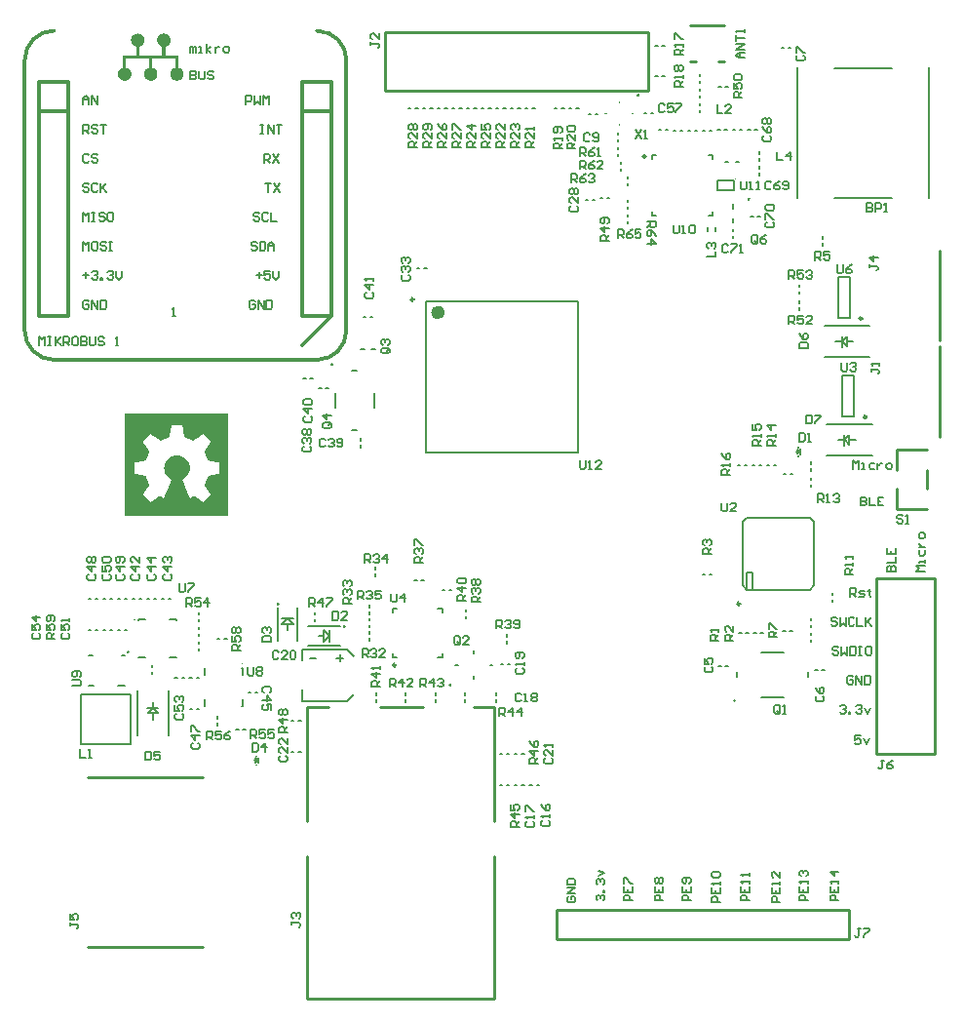
<source format=gto>
G04*
G04 #@! TF.GenerationSoftware,Altium Limited,Altium Designer,19.1.7 (138)*
G04*
G04 Layer_Color=65535*
%FSLAX42Y42*%
%MOMM*%
G71*
G01*
G75*
%ADD10C,0.25*%
%ADD11C,0.25*%
%ADD12C,0.60*%
%ADD13C,0.10*%
%ADD14C,0.30*%
%ADD15C,0.03*%
%ADD16C,0.15*%
%ADD17C,0.20*%
%ADD18C,0.02*%
D10*
X8941Y10553D02*
G03*
X8941Y10553I-2J0D01*
G01*
X14333Y14487D02*
G03*
X14334Y14486I-1J-2D01*
G01*
X10712Y13049D02*
G03*
X10712Y13049I-2J0D01*
G01*
X14202Y10138D02*
G03*
X14202Y10138I-0J0D01*
G01*
X13372Y15390D02*
G03*
X13372Y15390I-4J0D01*
G01*
X11738Y10268D02*
G03*
X11738Y10268I-2J0D01*
G01*
X10820Y10776D02*
G03*
X10820Y10776I-1J0D01*
G01*
X10243Y10971D02*
G03*
X10243Y10971I-1J0D01*
G01*
X15619Y12312D02*
X15879D01*
X15619Y11792D02*
X15879D01*
X15619D02*
Y11972D01*
Y12132D02*
Y12312D01*
X15879Y11972D02*
Y12132D01*
X11176Y15430D02*
Y15938D01*
X13462D01*
Y15430D02*
Y15938D01*
X11176Y15430D02*
X13462D01*
X15992Y12418D02*
Y13204D01*
X15993Y13255D02*
Y14041D01*
X15951Y9665D02*
Y11189D01*
X15443Y9665D02*
X15951D01*
X15443D02*
Y11189D01*
X15951D01*
X12662Y8064D02*
X15202D01*
X12662D02*
Y8318D01*
X15202D01*
Y8064D02*
Y8318D01*
X11128Y10078D02*
X11507D01*
X10497D02*
X10678D01*
X11947D02*
X12118D01*
X10497Y9088D02*
Y10078D01*
Y7548D02*
Y8778D01*
X12118Y9088D02*
Y10078D01*
Y7548D02*
Y8778D01*
X10497Y7548D02*
X12118D01*
X8589Y7996D02*
X9589D01*
X8589Y9466D02*
X9589D01*
X14070Y15682D02*
X14120D01*
X14120D01*
X13820D02*
X13870D01*
X13820Y15992D02*
X14120D01*
D11*
X13438Y14855D02*
G03*
X13438Y14855I-12J0D01*
G01*
X11268Y10439D02*
G03*
X11268Y10439I-12J0D01*
G01*
X11422Y13614D02*
G03*
X11422Y13614I-12J0D01*
G01*
X14257Y10972D02*
G03*
X14257Y10972I-12J0D01*
G01*
X15354Y12593D02*
G03*
X15354Y12593I-12J0D01*
G01*
X15318Y13448D02*
G03*
X15318Y13448I-12J0D01*
G01*
D12*
X11662Y13501D02*
G03*
X11662Y13501I-30J0D01*
G01*
D13*
X8998Y10834D02*
G03*
X8998Y10834I-5J0D01*
G01*
X9939Y10455D02*
G03*
X9939Y10455I-5J0D01*
G01*
X14215Y14667D02*
G03*
X14215Y14668I-0J0D01*
G01*
X13204Y15321D02*
Y15331D01*
X13079Y15231D02*
X13094D01*
X13204Y15131D02*
Y15141D01*
X13314Y15231D02*
X13324D01*
D14*
X8043Y13344D02*
G03*
X8297Y13090I254J0D01*
G01*
Y15947D02*
G03*
X8043Y15693I0J-254D01*
G01*
X10583Y13090D02*
G03*
X10837Y13344I0J254D01*
G01*
X10837Y15693D02*
G03*
X10583Y15947I-254J0D01*
G01*
X10456Y13217D02*
X10710Y13471D01*
X10837Y13344D02*
Y15693D01*
X8043Y13344D02*
Y15693D01*
X8297Y13090D02*
X10583D01*
X8424Y13471D02*
Y15503D01*
X8170Y15503D02*
X8424Y15503D01*
X8170Y13471D02*
Y15503D01*
Y13471D02*
X8424D01*
X8170Y15249D02*
X8424D01*
X10456D02*
X10710D01*
X10456Y13471D02*
X10710D01*
X10456D02*
Y15503D01*
X10710Y15503D01*
Y13471D02*
Y15503D01*
D15*
X8915Y12626D02*
X9804D01*
X8915Y12624D02*
X9804D01*
X8915Y12621D02*
X9804D01*
X8915Y12619D02*
X9804D01*
X8915Y12616D02*
X9804D01*
X8915Y12614D02*
X9804D01*
X8915Y12611D02*
X9804D01*
X8915Y12609D02*
X9804D01*
X8915Y12606D02*
X9804D01*
X8915Y12603D02*
X9804D01*
X8915Y12601D02*
X9804D01*
X8915Y12598D02*
X9804D01*
X8915Y12596D02*
X9804D01*
X8915Y12593D02*
X9804D01*
X8915Y12591D02*
X9804D01*
X8915Y12588D02*
X9804D01*
X8915Y12586D02*
X9804D01*
X8915Y12583D02*
X9804D01*
X8915Y12581D02*
X9804D01*
X8915Y12578D02*
X9804D01*
X8915Y12576D02*
X9804D01*
X8915Y12573D02*
X9804D01*
X8915Y12570D02*
X9804D01*
X8915Y12568D02*
X9804D01*
X8915Y12565D02*
X9804D01*
X8915Y12563D02*
X9804D01*
X8915Y12560D02*
X9804D01*
X8915Y12558D02*
X9804D01*
X8915Y12555D02*
X9804D01*
X8915Y12553D02*
X9804D01*
X8915Y12550D02*
X9804D01*
X8915Y12548D02*
X9804D01*
X8915Y12545D02*
X9804D01*
X8915Y12543D02*
X9804D01*
X8915Y12540D02*
X9804D01*
X8915Y12537D02*
X9804D01*
X8915Y12535D02*
X9804D01*
X8915Y12532D02*
X9804D01*
X8915Y12530D02*
X9804D01*
X8915Y12527D02*
X9309D01*
X9411D02*
X9804D01*
X8915Y12525D02*
X9309D01*
X9413D02*
X9804D01*
X8915Y12522D02*
X9309D01*
X9413D02*
X9804D01*
X8915Y12520D02*
X9309D01*
X9413D02*
X9804D01*
X8915Y12517D02*
X9309D01*
X9413D02*
X9804D01*
X8915Y12515D02*
X9307D01*
X9413D02*
X9804D01*
X8915Y12512D02*
X9307D01*
X9413D02*
X9804D01*
X8915Y12510D02*
X9307D01*
X9413D02*
X9804D01*
X8915Y12507D02*
X9304D01*
X9416D02*
X9804D01*
X8915Y12504D02*
X9307D01*
X9416D02*
X9804D01*
X8915Y12502D02*
X9307D01*
X9418D02*
X9804D01*
X8915Y12499D02*
X9304D01*
X9416D02*
X9804D01*
X8915Y12497D02*
X9304D01*
X9416D02*
X9804D01*
X8915Y12494D02*
X9304D01*
X9418D02*
X9804D01*
X8915Y12492D02*
X9304D01*
X9418D02*
X9804D01*
X8915Y12489D02*
X9304D01*
X9418D02*
X9804D01*
X8915Y12487D02*
X9301D01*
X9418D02*
X9804D01*
X8915Y12484D02*
X9301D01*
X9418D02*
X9804D01*
X8915Y12482D02*
X9301D01*
X9421D02*
X9804D01*
X8915Y12479D02*
X9301D01*
X9421D02*
X9804D01*
X8915Y12476D02*
X9301D01*
X9421D02*
X9804D01*
X8915Y12474D02*
X9301D01*
X9421D02*
X9804D01*
X8915Y12471D02*
X9299D01*
X9421D02*
X9804D01*
X8915Y12469D02*
X9299D01*
X9421D02*
X9804D01*
X8915Y12466D02*
X9296D01*
X9423D02*
X9804D01*
X8915Y12464D02*
X9299D01*
X9423D02*
X9804D01*
X8915Y12461D02*
X9299D01*
X9426D02*
X9804D01*
X8915Y12459D02*
X9296D01*
X9423D02*
X9804D01*
X8915Y12456D02*
X9296D01*
X9423D02*
X9804D01*
X8915Y12454D02*
X9296D01*
X9426D02*
X9804D01*
X8915Y12451D02*
X9126D01*
X9136D02*
X9296D01*
X9426D02*
X9583D01*
X9594D02*
X9804D01*
X8915Y12449D02*
X9124D01*
X9141D02*
X9296D01*
X9426D02*
X9581D01*
X9596D02*
X9804D01*
X8915Y12446D02*
X9121D01*
X9144D02*
X9294D01*
X9426D02*
X9576D01*
X9599D02*
X9804D01*
X8915Y12443D02*
X9119D01*
X9149D02*
X9294D01*
X9426D02*
X9573D01*
X9601D02*
X9804D01*
X8915Y12441D02*
X9116D01*
X9152D02*
X9294D01*
X9428D02*
X9568D01*
X9604D02*
X9804D01*
X8915Y12438D02*
X9114D01*
X9157D02*
X9291D01*
X9428D02*
X9566D01*
X9606D02*
X9804D01*
X8915Y12436D02*
X9111D01*
X9159D02*
X9294D01*
X9428D02*
X9561D01*
X9609D02*
X9804D01*
X8915Y12433D02*
X9108D01*
X9164D02*
X9294D01*
X9431D02*
X9558D01*
X9611D02*
X9804D01*
X8915Y12431D02*
X9106D01*
X9167D02*
X9291D01*
X9428D02*
X9553D01*
X9614D02*
X9804D01*
X8915Y12428D02*
X9103D01*
X9172D02*
X9291D01*
X9428D02*
X9550D01*
X9616D02*
X9804D01*
X8915Y12426D02*
X9101D01*
X9174D02*
X9289D01*
X9431D02*
X9548D01*
X9619D02*
X9804D01*
X8915Y12423D02*
X9098D01*
X9180D02*
X9284D01*
X9436D02*
X9543D01*
X9622D02*
X9804D01*
X8915Y12421D02*
X9096D01*
X9182D02*
X9279D01*
X9444D02*
X9540D01*
X9624D02*
X9804D01*
X8915Y12418D02*
X9093D01*
X9185D02*
X9274D01*
X9449D02*
X9535D01*
X9627D02*
X9804D01*
X8915Y12416D02*
X9091D01*
X9190D02*
X9266D01*
X9454D02*
X9533D01*
X9629D02*
X9804D01*
X8915Y12413D02*
X9088D01*
X9192D02*
X9261D01*
X9461D02*
X9528D01*
X9632D02*
X9804D01*
X8915Y12410D02*
X9086D01*
X9197D02*
X9253D01*
X9467D02*
X9525D01*
X9634D02*
X9804D01*
X8915Y12408D02*
X9083D01*
X9200D02*
X9248D01*
X9474D02*
X9520D01*
X9637D02*
X9804D01*
X8915Y12405D02*
X9081D01*
X9205D02*
X9241D01*
X9479D02*
X9517D01*
X9639D02*
X9804D01*
X8915Y12403D02*
X9078D01*
X9207D02*
X9235D01*
X9487D02*
X9512D01*
X9642D02*
X9804D01*
X8915Y12400D02*
X9075D01*
X9213D02*
X9228D01*
X9492D02*
X9510D01*
X9644D02*
X9804D01*
X8915Y12398D02*
X9073D01*
X9215D02*
X9223D01*
X9500D02*
X9507D01*
X9647D02*
X9804D01*
X8915Y12395D02*
X9070D01*
X9649D02*
X9804D01*
X8915Y12393D02*
X9068D01*
X9652D02*
X9804D01*
X8915Y12390D02*
X9065D01*
X9655D02*
X9804D01*
X8915Y12388D02*
X9063D01*
X9657D02*
X9804D01*
X8915Y12385D02*
X9060D01*
X9660D02*
X9804D01*
X8915Y12382D02*
X9060D01*
X9662D02*
X9804D01*
X8915Y12380D02*
X9060D01*
X9662D02*
X9804D01*
X8915Y12377D02*
X9063D01*
X9660D02*
X9804D01*
X8915Y12375D02*
X9063D01*
X9657D02*
X9804D01*
X8915Y12372D02*
X9065D01*
X9657D02*
X9804D01*
X8915Y12370D02*
X9068D01*
X9655D02*
X9804D01*
X8915Y12367D02*
X9068D01*
X9652D02*
X9804D01*
X8915Y12365D02*
X9070D01*
X9649D02*
X9804D01*
X8915Y12362D02*
X9073D01*
X9647D02*
X9804D01*
X8915Y12360D02*
X9075D01*
X9647D02*
X9804D01*
X8915Y12357D02*
X9078D01*
X9644D02*
X9804D01*
X8915Y12355D02*
X9078D01*
X9642D02*
X9804D01*
X8915Y12352D02*
X9081D01*
X9642D02*
X9804D01*
X8915Y12349D02*
X9083D01*
X9639D02*
X9804D01*
X8915Y12347D02*
X9083D01*
X9639D02*
X9804D01*
X8915Y12344D02*
X9086D01*
X9637D02*
X9804D01*
X8915Y12342D02*
X9086D01*
X9634D02*
X9804D01*
X8915Y12339D02*
X9088D01*
X9634D02*
X9804D01*
X8915Y12337D02*
X9091D01*
X9632D02*
X9804D01*
X8915Y12334D02*
X9091D01*
X9629D02*
X9804D01*
X8915Y12332D02*
X9093D01*
X9629D02*
X9804D01*
X8915Y12329D02*
X9096D01*
X9627D02*
X9804D01*
X8915Y12327D02*
X9096D01*
X9624D02*
X9804D01*
X8915Y12324D02*
X9098D01*
X9622D02*
X9804D01*
X8915Y12322D02*
X9101D01*
X9619D02*
X9804D01*
X8915Y12319D02*
X9103D01*
X9619D02*
X9804D01*
X8915Y12316D02*
X9106D01*
X9616D02*
X9804D01*
X8915Y12314D02*
X9106D01*
X9614D02*
X9804D01*
X8915Y12311D02*
X9108D01*
X9614D02*
X9804D01*
X8915Y12309D02*
X9111D01*
X9611D02*
X9804D01*
X8915Y12306D02*
X9111D01*
X9609D02*
X9804D01*
X8915Y12304D02*
X9114D01*
X9609D02*
X9804D01*
X8915Y12301D02*
X9116D01*
X9606D02*
X9804D01*
X8915Y12299D02*
X9116D01*
X9604D02*
X9804D01*
X8915Y12296D02*
X9116D01*
X9604D02*
X9804D01*
X8915Y12294D02*
X9116D01*
X9604D02*
X9804D01*
X8915Y12291D02*
X9114D01*
X9606D02*
X9804D01*
X8915Y12289D02*
X9114D01*
X9609D02*
X9804D01*
X8915Y12286D02*
X9114D01*
X9609D02*
X9804D01*
X8915Y12283D02*
X9111D01*
X9611D02*
X9804D01*
X8915Y12281D02*
X9111D01*
X9609D02*
X9804D01*
X8915Y12278D02*
X9108D01*
X9611D02*
X9804D01*
X8915Y12276D02*
X9108D01*
X9614D02*
X9804D01*
X8915Y12273D02*
X9106D01*
X9614D02*
X9804D01*
X8915Y12271D02*
X9106D01*
X9616D02*
X9804D01*
X8915Y12268D02*
X9106D01*
X9616D02*
X9804D01*
X8915Y12266D02*
X9103D01*
X9619D02*
X9804D01*
X8915Y12263D02*
X9103D01*
X9616D02*
X9804D01*
X8915Y12261D02*
X9101D01*
X9619D02*
X9804D01*
X8915Y12258D02*
X9101D01*
X9347D02*
X9375D01*
X9622D02*
X9804D01*
X8915Y12256D02*
X9098D01*
X9335D02*
X9388D01*
X9622D02*
X9804D01*
X8915Y12253D02*
X9098D01*
X9327D02*
X9395D01*
X9624D02*
X9804D01*
X8915Y12250D02*
X9098D01*
X9319D02*
X9401D01*
X9624D02*
X9804D01*
X8915Y12248D02*
X9096D01*
X9314D02*
X9406D01*
X9627D02*
X9804D01*
X8915Y12245D02*
X9096D01*
X9309D02*
X9411D01*
X9624D02*
X9804D01*
X8915Y12243D02*
X9093D01*
X9307D02*
X9416D01*
X9627D02*
X9804D01*
X8915Y12240D02*
X9093D01*
X9301D02*
X9418D01*
X9629D02*
X9804D01*
X8915Y12238D02*
X9091D01*
X9299D02*
X9423D01*
X9629D02*
X9804D01*
X8915Y12235D02*
X9091D01*
X9296D02*
X9426D01*
X9632D02*
X9804D01*
X8915Y12233D02*
X9091D01*
X9291D02*
X9428D01*
X9632D02*
X9804D01*
X8915Y12230D02*
X9088D01*
X9289D02*
X9431D01*
X9634D02*
X9804D01*
X8915Y12228D02*
X9088D01*
X9286D02*
X9434D01*
X9632D02*
X9804D01*
X8915Y12225D02*
X9086D01*
X9284D02*
X9436D01*
X9634D02*
X9804D01*
X8915Y12222D02*
X9083D01*
X9281D02*
X9439D01*
X9639D02*
X9804D01*
X8915Y12220D02*
X9070D01*
X9279D02*
X9444D01*
X9652D02*
X9804D01*
X8915Y12217D02*
X9058D01*
X9279D02*
X9444D01*
X9665D02*
X9804D01*
X8915Y12215D02*
X9042D01*
X9276D02*
X9446D01*
X9677D02*
X9804D01*
X8915Y12212D02*
X9030D01*
X9274D02*
X9446D01*
X9693D02*
X9804D01*
X8915Y12210D02*
X9017D01*
X9274D02*
X9449D01*
X9705D02*
X9804D01*
X8915Y12207D02*
X9002D01*
X9271D02*
X9451D01*
X9718D02*
X9804D01*
X8915Y12205D02*
X8989D01*
X9268D02*
X9454D01*
X9733D02*
X9804D01*
X8915Y12202D02*
X8984D01*
X9268D02*
X9454D01*
X9736D02*
X9804D01*
X8915Y12200D02*
X8987D01*
X9266D02*
X9456D01*
X9736D02*
X9804D01*
X8915Y12197D02*
X8987D01*
X9266D02*
X9459D01*
X9736D02*
X9804D01*
X8915Y12195D02*
X8987D01*
X9263D02*
X9456D01*
X9736D02*
X9804D01*
X8915Y12192D02*
X8987D01*
X9263D02*
X9459D01*
X9736D02*
X9804D01*
X8915Y12189D02*
X8987D01*
X9261D02*
X9459D01*
X9736D02*
X9804D01*
X8915Y12187D02*
X8987D01*
X9261D02*
X9461D01*
X9736D02*
X9804D01*
X8915Y12184D02*
X8987D01*
X9261D02*
X9461D01*
X9736D02*
X9804D01*
X8915Y12182D02*
X8987D01*
X9258D02*
X9464D01*
X9736D02*
X9804D01*
X8915Y12179D02*
X8987D01*
X9258D02*
X9461D01*
X9736D02*
X9804D01*
X8915Y12177D02*
X8987D01*
X9256D02*
X9464D01*
X9736D02*
X9804D01*
X8915Y12174D02*
X8987D01*
X9256D02*
X9464D01*
X9736D02*
X9804D01*
X8915Y12172D02*
X8987D01*
X9258D02*
X9467D01*
X9736D02*
X9804D01*
X8915Y12169D02*
X8987D01*
X9256D02*
X9467D01*
X9736D02*
X9804D01*
X8915Y12167D02*
X8987D01*
X9256D02*
X9467D01*
X9736D02*
X9804D01*
X8915Y12164D02*
X8987D01*
X9256D02*
X9464D01*
X9736D02*
X9804D01*
X8915Y12162D02*
X8987D01*
X9256D02*
X9467D01*
X9736D02*
X9804D01*
X8915Y12159D02*
X8987D01*
X9256D02*
X9467D01*
X9736D02*
X9804D01*
X8915Y12156D02*
X8987D01*
X9253D02*
X9467D01*
X9736D02*
X9804D01*
X8915Y12154D02*
X8987D01*
X9253D02*
X9467D01*
X9736D02*
X9804D01*
X8915Y12151D02*
X8987D01*
X9253D02*
X9467D01*
X9736D02*
X9804D01*
X8915Y12149D02*
X8987D01*
X9253D02*
X9467D01*
X9736D02*
X9804D01*
X8915Y12146D02*
X8987D01*
X9256D02*
X9467D01*
X9736D02*
X9804D01*
X8915Y12144D02*
X8987D01*
X9256D02*
X9467D01*
X9736D02*
X9804D01*
X8915Y12141D02*
X8987D01*
X9256D02*
X9464D01*
X9736D02*
X9804D01*
X8915Y12139D02*
X8987D01*
X9256D02*
X9467D01*
X9736D02*
X9804D01*
X8915Y12136D02*
X8987D01*
X9256D02*
X9467D01*
X9736D02*
X9804D01*
X8915Y12134D02*
X8987D01*
X9258D02*
X9467D01*
X9736D02*
X9804D01*
X8915Y12131D02*
X8987D01*
X9256D02*
X9464D01*
X9736D02*
X9804D01*
X8915Y12129D02*
X8987D01*
X9256D02*
X9464D01*
X9736D02*
X9804D01*
X8915Y12126D02*
X8987D01*
X9258D02*
X9461D01*
X9736D02*
X9804D01*
X8915Y12123D02*
X8987D01*
X9258D02*
X9464D01*
X9736D02*
X9804D01*
X8915Y12121D02*
X8987D01*
X9261D02*
X9461D01*
X9736D02*
X9804D01*
X8915Y12118D02*
X8987D01*
X9261D02*
X9461D01*
X9736D02*
X9804D01*
X8915Y12116D02*
X8987D01*
X9261D02*
X9459D01*
X9736D02*
X9804D01*
X8915Y12113D02*
X8987D01*
X9263D02*
X9459D01*
X9736D02*
X9804D01*
X8915Y12111D02*
X8987D01*
X9263D02*
X9456D01*
X9736D02*
X9804D01*
X8915Y12108D02*
X8987D01*
X9266D02*
X9456D01*
X9736D02*
X9804D01*
X8915Y12106D02*
X8984D01*
X9266D02*
X9454D01*
X9736D02*
X9804D01*
X8915Y12103D02*
X8987D01*
X9268D02*
X9454D01*
X9736D02*
X9804D01*
X8915Y12101D02*
X8997D01*
X9268D02*
X9451D01*
X9726D02*
X9804D01*
X8915Y12098D02*
X9009D01*
X9271D02*
X9451D01*
X9710D02*
X9804D01*
X8915Y12095D02*
X9025D01*
X9271D02*
X9449D01*
X9698D02*
X9804D01*
X8915Y12093D02*
X9037D01*
X9274D02*
X9449D01*
X9682D02*
X9804D01*
X8915Y12090D02*
X9053D01*
X9276D02*
X9446D01*
X9670D02*
X9804D01*
X8915Y12088D02*
X9065D01*
X9276D02*
X9444D01*
X9657D02*
X9804D01*
X8915Y12085D02*
X9078D01*
X9281D02*
X9441D01*
X9642D02*
X9804D01*
X8915Y12083D02*
X9083D01*
X9284D02*
X9441D01*
X9639D02*
X9804D01*
X8915Y12080D02*
X9086D01*
X9284D02*
X9436D01*
X9637D02*
X9804D01*
X8915Y12078D02*
X9088D01*
X9286D02*
X9434D01*
X9637D02*
X9804D01*
X8915Y12075D02*
X9086D01*
X9289D02*
X9431D01*
X9634D02*
X9804D01*
X8915Y12073D02*
X9088D01*
X9294D02*
X9428D01*
X9634D02*
X9804D01*
X8915Y12070D02*
X9088D01*
X9296D02*
X9426D01*
X9632D02*
X9804D01*
X8915Y12068D02*
X9091D01*
X9299D02*
X9423D01*
X9632D02*
X9804D01*
X8915Y12065D02*
X9093D01*
X9301D02*
X9418D01*
X9632D02*
X9804D01*
X8915Y12062D02*
X9091D01*
X9307D02*
X9416D01*
X9629D02*
X9804D01*
X8915Y12060D02*
X9093D01*
X9309D02*
X9411D01*
X9629D02*
X9804D01*
X8915Y12057D02*
X9093D01*
X9314D02*
X9408D01*
X9627D02*
X9804D01*
X8915Y12055D02*
X9096D01*
X9317D02*
X9403D01*
X9627D02*
X9804D01*
X8915Y12052D02*
X9098D01*
X9319D02*
X9403D01*
X9627D02*
X9804D01*
X8915Y12050D02*
X9096D01*
X9319D02*
X9403D01*
X9624D02*
X9804D01*
X8915Y12047D02*
X9098D01*
X9317D02*
X9403D01*
X9624D02*
X9804D01*
X8915Y12045D02*
X9098D01*
X9317D02*
X9406D01*
X9622D02*
X9804D01*
X8915Y12042D02*
X9101D01*
X9317D02*
X9408D01*
X9622D02*
X9804D01*
X8915Y12040D02*
X9103D01*
X9314D02*
X9406D01*
X9622D02*
X9804D01*
X8915Y12037D02*
X9101D01*
X9314D02*
X9408D01*
X9619D02*
X9804D01*
X8915Y12035D02*
X9103D01*
X9312D02*
X9408D01*
X9619D02*
X9804D01*
X8915Y12032D02*
X9103D01*
X9309D02*
X9411D01*
X9616D02*
X9804D01*
X8915Y12029D02*
X9106D01*
X9312D02*
X9411D01*
X9616D02*
X9804D01*
X8915Y12027D02*
X9108D01*
X9309D02*
X9413D01*
X9616D02*
X9804D01*
X8915Y12024D02*
X9106D01*
X9309D02*
X9413D01*
X9614D02*
X9804D01*
X8915Y12022D02*
X9108D01*
X9307D02*
X9413D01*
X9614D02*
X9804D01*
X8915Y12019D02*
X9108D01*
X9307D02*
X9416D01*
X9611D02*
X9804D01*
X8915Y12017D02*
X9111D01*
X9304D02*
X9416D01*
X9611D02*
X9804D01*
X8915Y12014D02*
X9114D01*
X9304D02*
X9418D01*
X9611D02*
X9804D01*
X8915Y12012D02*
X9111D01*
X9304D02*
X9418D01*
X9609D02*
X9804D01*
X8915Y12009D02*
X9114D01*
X9301D02*
X9418D01*
X9606D02*
X9804D01*
X8915Y12007D02*
X9114D01*
X9301D02*
X9421D01*
X9606D02*
X9804D01*
X8915Y12004D02*
X9114D01*
X9299D02*
X9421D01*
X9606D02*
X9804D01*
X8915Y12001D02*
X9114D01*
X9296D02*
X9423D01*
X9609D02*
X9804D01*
X8915Y11999D02*
X9111D01*
X9299D02*
X9426D01*
X9611D02*
X9804D01*
X8915Y11996D02*
X9108D01*
X9296D02*
X9423D01*
X9611D02*
X9804D01*
X8915Y11994D02*
X9106D01*
X9296D02*
X9426D01*
X9614D02*
X9804D01*
X8915Y11991D02*
X9103D01*
X9294D02*
X9426D01*
X9616D02*
X9804D01*
X8915Y11989D02*
X9103D01*
X9294D02*
X9428D01*
X9619D02*
X9804D01*
X8915Y11986D02*
X9101D01*
X9291D02*
X9428D01*
X9622D02*
X9804D01*
X8915Y11984D02*
X9098D01*
X9291D02*
X9431D01*
X9622D02*
X9804D01*
X8915Y11981D02*
X9098D01*
X9291D02*
X9431D01*
X9624D02*
X9804D01*
X8915Y11979D02*
X9096D01*
X9289D02*
X9431D01*
X9627D02*
X9804D01*
X8915Y11976D02*
X9093D01*
X9289D02*
X9434D01*
X9627D02*
X9804D01*
X8915Y11974D02*
X9093D01*
X9286D02*
X9434D01*
X9629D02*
X9804D01*
X8915Y11971D02*
X9091D01*
X9286D02*
X9436D01*
X9632D02*
X9804D01*
X8915Y11968D02*
X9091D01*
X9286D02*
X9439D01*
X9632D02*
X9804D01*
X8915Y11966D02*
X9088D01*
X9284D02*
X9436D01*
X9634D02*
X9804D01*
X8915Y11963D02*
X9086D01*
X9284D02*
X9439D01*
X9634D02*
X9804D01*
X8915Y11961D02*
X9086D01*
X9281D02*
X9439D01*
X9637D02*
X9804D01*
X8915Y11958D02*
X9083D01*
X9279D02*
X9441D01*
X9639D02*
X9804D01*
X8915Y11956D02*
X9081D01*
X9281D02*
X9441D01*
X9639D02*
X9804D01*
X8915Y11953D02*
X9081D01*
X9279D02*
X9444D01*
X9642D02*
X9804D01*
X8915Y11951D02*
X9075D01*
X9279D02*
X9444D01*
X9644D02*
X9804D01*
X8915Y11948D02*
X9075D01*
X9276D02*
X9444D01*
X9644D02*
X9804D01*
X8915Y11946D02*
X9073D01*
X9276D02*
X9446D01*
X9649D02*
X9804D01*
X8915Y11943D02*
X9070D01*
X9274D02*
X9446D01*
X9649D02*
X9804D01*
X8915Y11941D02*
X9070D01*
X9274D02*
X9449D01*
X9652D02*
X9804D01*
X8915Y11938D02*
X9068D01*
X9274D02*
X9449D01*
X9655D02*
X9804D01*
X8915Y11935D02*
X9065D01*
X9271D02*
X9449D01*
X9655D02*
X9804D01*
X8915Y11933D02*
X9065D01*
X9271D02*
X9451D01*
X9657D02*
X9804D01*
X8915Y11930D02*
X9063D01*
X9268D02*
X9451D01*
X9660D02*
X9804D01*
X8915Y11928D02*
X9063D01*
X9266D02*
X9454D01*
X9660D02*
X9804D01*
X8915Y11925D02*
X9060D01*
X9268D02*
X9456D01*
X9662D02*
X9804D01*
X8915Y11923D02*
X9060D01*
X9266D02*
X9454D01*
X9662D02*
X9804D01*
X8915Y11920D02*
X9063D01*
X9266D02*
X9456D01*
X9660D02*
X9804D01*
X8915Y11918D02*
X9065D01*
X9263D02*
X9456D01*
X9657D02*
X9804D01*
X8915Y11915D02*
X9068D01*
X9263D02*
X9459D01*
X9655D02*
X9804D01*
X8915Y11913D02*
X9070D01*
X9261D02*
X9459D01*
X9652D02*
X9804D01*
X8915Y11910D02*
X9073D01*
X9261D02*
X9461D01*
X9649D02*
X9804D01*
X8915Y11908D02*
X9075D01*
X9261D02*
X9461D01*
X9647D02*
X9804D01*
X8915Y11905D02*
X9078D01*
X9210D02*
X9215D01*
X9258D02*
X9461D01*
X9507D02*
X9512D01*
X9644D02*
X9804D01*
X8915Y11902D02*
X9081D01*
X9205D02*
X9220D01*
X9258D02*
X9464D01*
X9502D02*
X9515D01*
X9642D02*
X9804D01*
X8915Y11900D02*
X9083D01*
X9202D02*
X9223D01*
X9256D02*
X9464D01*
X9497D02*
X9520D01*
X9639D02*
X9804D01*
X8915Y11897D02*
X9086D01*
X9197D02*
X9228D01*
X9256D02*
X9467D01*
X9492D02*
X9522D01*
X9637D02*
X9804D01*
X8915Y11895D02*
X9088D01*
X9195D02*
X9233D01*
X9256D02*
X9469D01*
X9487D02*
X9528D01*
X9634D02*
X9804D01*
X8915Y11892D02*
X9091D01*
X9190D02*
X9238D01*
X9253D02*
X9467D01*
X9484D02*
X9530D01*
X9632D02*
X9804D01*
X8915Y11890D02*
X9093D01*
X9187D02*
X9243D01*
X9253D02*
X9469D01*
X9479D02*
X9535D01*
X9629D02*
X9804D01*
X8915Y11887D02*
X9096D01*
X9185D02*
X9538D01*
X9627D02*
X9804D01*
X8915Y11885D02*
X9098D01*
X9180D02*
X9543D01*
X9624D02*
X9804D01*
X8915Y11882D02*
X9101D01*
X9177D02*
X9545D01*
X9622D02*
X9804D01*
X8915Y11880D02*
X9103D01*
X9172D02*
X9548D01*
X9619D02*
X9804D01*
X8915Y11877D02*
X9106D01*
X9169D02*
X9553D01*
X9616D02*
X9804D01*
X8915Y11875D02*
X9108D01*
X9164D02*
X9555D01*
X9614D02*
X9804D01*
X8915Y11872D02*
X9111D01*
X9162D02*
X9561D01*
X9611D02*
X9804D01*
X8915Y11869D02*
X9114D01*
X9157D02*
X9563D01*
X9609D02*
X9804D01*
X8915Y11867D02*
X9116D01*
X9154D02*
X9568D01*
X9606D02*
X9804D01*
X8915Y11864D02*
X9119D01*
X9149D02*
X9571D01*
X9604D02*
X9804D01*
X8915Y11862D02*
X9121D01*
X9147D02*
X9576D01*
X9601D02*
X9804D01*
X8915Y11859D02*
X9124D01*
X9141D02*
X9578D01*
X9599D02*
X9804D01*
X8915Y11857D02*
X9126D01*
X9139D02*
X9583D01*
X9596D02*
X9804D01*
X8915Y11854D02*
X9129D01*
X9134D02*
X9586D01*
X9591D02*
X9804D01*
X8915Y11852D02*
X9804D01*
X8915Y11849D02*
X9804D01*
X8915Y11847D02*
X9804D01*
X8915Y11844D02*
X9804D01*
X8915Y11841D02*
X9804D01*
X8915Y11839D02*
X9804D01*
X8915Y11836D02*
X9804D01*
X8915Y11834D02*
X9804D01*
X8915Y11831D02*
X9804D01*
X8915Y11829D02*
X9804D01*
X8915Y11826D02*
X9804D01*
X8915Y11824D02*
X9804D01*
X8915Y11821D02*
X9804D01*
X8915Y11819D02*
X9804D01*
X8915Y11816D02*
X9804D01*
X8915Y11814D02*
X9804D01*
X8915Y11811D02*
X9804D01*
X8915Y11808D02*
X9804D01*
X8915Y11806D02*
X9804D01*
X8915Y11803D02*
X9804D01*
X8915Y11801D02*
X9804D01*
X8915Y11798D02*
X9804D01*
X8915Y11796D02*
X9804D01*
X8915Y11793D02*
X9804D01*
X8915Y11791D02*
X9804D01*
X8915Y11788D02*
X9804D01*
X8915Y11786D02*
X9804D01*
X8915Y11783D02*
X9804D01*
X8915Y11781D02*
X9804D01*
X8915Y11778D02*
X9804D01*
X8915Y11775D02*
X9804D01*
X8915Y11773D02*
X9804D01*
X8915Y11770D02*
X9804D01*
X8915Y11768D02*
X9804D01*
X8915Y11765D02*
X9804D01*
X8915Y11763D02*
X9804D01*
X8915Y11760D02*
X9804D01*
X8915Y11758D02*
X9804D01*
X8915Y11755D02*
X9804D01*
X8915Y11753D02*
X9804D01*
X8915Y11750D02*
X9804D01*
X8915Y11747D02*
X9804D01*
X8915Y11745D02*
X9804D01*
X8915Y11742D02*
X9804D01*
X8915Y11740D02*
X9804D01*
D16*
X8854Y10263D02*
X8909D01*
X8854D02*
X8909D01*
X8599D02*
X8644D01*
X8599Y10523D02*
X8634D01*
X8884D02*
X8909D01*
X10456Y10125D02*
Y10231D01*
Y10482D02*
Y10575D01*
X10751Y10500D02*
X10811D01*
X10781Y10471D02*
Y10531D01*
X10521Y10500D02*
X10571D01*
X10846Y10125D02*
X10906Y10186D01*
X10456Y10125D02*
X10846D01*
Y10575D02*
X10906Y10515D01*
X10456Y10575D02*
X10846D01*
X14317Y11095D02*
X14867D01*
X14317Y11715D02*
X14867D01*
X14282Y11130D02*
Y11680D01*
X14902Y11130D02*
Y11680D01*
X14282Y11130D02*
X14317Y11095D01*
X14282Y11680D02*
X14317Y11715D01*
X14867Y11095D02*
X14902Y11130D01*
X14867Y11715D02*
X14902Y11680D01*
X14317Y11095D02*
Y11245D01*
X14367D01*
Y11095D02*
Y11245D01*
X9302Y10504D02*
X9363D01*
X9033D02*
X9093D01*
X9302Y10834D02*
X9363D01*
X9033D02*
X9093D01*
X9363Y10504D02*
Y10506D01*
Y10831D02*
Y10834D01*
X9033Y10504D02*
Y10506D01*
Y10831D02*
Y10834D01*
X9604Y10085D02*
Y10145D01*
Y10354D02*
Y10415D01*
X9934Y10085D02*
Y10145D01*
Y10354D02*
Y10415D01*
X9604Y10085D02*
X9607D01*
X9932D02*
X9934D01*
X9604Y10415D02*
X9607D01*
X9932D02*
X9934D01*
X11055Y13183D02*
X11086D01*
X10961D02*
X10992D01*
X14124Y14809D02*
X14156D01*
X14218D02*
X14249D01*
X14193Y14320D02*
X14193Y14280D01*
X14193Y14399D02*
X14193Y14440D01*
X11079Y12678D02*
Y12798D01*
X10889Y12478D02*
X10929D01*
X10739Y12678D02*
Y12798D01*
X10889Y12998D02*
X10929D01*
X14437Y10551D02*
X14637D01*
X14437Y10161D02*
X14637D01*
X14847Y10336D02*
Y10376D01*
X14227Y10336D02*
Y10376D01*
X8530Y9755D02*
X8960D01*
Y10185D01*
X8530D02*
X8960D01*
X8530Y9755D02*
Y10185D01*
X9158Y10066D02*
Y10119D01*
X9159Y9967D02*
Y10022D01*
X9111Y10066D02*
X9204D01*
X9158D02*
X9204D01*
X9117Y10022D02*
X9158Y10063D01*
Y10066D01*
X9202Y10022D01*
X9117D02*
X9202D01*
X9025Y9826D02*
Y10216D01*
X9295Y9826D02*
Y10216D01*
X15088Y13247D02*
X15141D01*
X15185Y13249D02*
X15240D01*
X15141Y13200D02*
Y13293D01*
Y13247D02*
Y13293D01*
X15144Y13247D02*
X15185Y13206D01*
X15141Y13247D02*
X15144D01*
X15141D02*
X15185Y13291D01*
Y13206D02*
Y13291D01*
X14991Y13114D02*
X15381D01*
X14991Y13384D02*
X15381D01*
X15109Y12393D02*
X15162D01*
X15206Y12394D02*
X15261D01*
X15162Y12346D02*
Y12439D01*
Y12393D02*
Y12439D01*
X15165Y12393D02*
X15206Y12352D01*
X15162Y12393D02*
X15165D01*
X15162D02*
X15206Y12437D01*
Y12352D02*
Y12437D01*
X15012Y12260D02*
X15402D01*
X15012Y12530D02*
X15402D01*
X11786Y10443D02*
X11806Y10443D01*
X11946Y10343D02*
X11946Y10318D01*
X12086Y10443D02*
X12106Y10443D01*
X11946Y10543D02*
X11946Y10568D01*
X14764Y12331D02*
Y12334D01*
Y12254D02*
Y12256D01*
X14755Y12311D02*
X14772Y12294D01*
X14755Y12277D02*
Y12311D01*
Y12277D02*
X14772Y12294D01*
X14779Y12272D02*
Y12316D01*
X14745Y12294D02*
X14755D01*
X14745D02*
X14779D01*
X10058Y9651D02*
Y9654D01*
Y9574D02*
Y9576D01*
X10049Y9631D02*
X10066Y9614D01*
X10049Y9597D02*
Y9631D01*
Y9597D02*
X10066Y9614D01*
X10073Y9592D02*
Y9636D01*
X10039Y9614D02*
X10049D01*
X10039D02*
X10073D01*
X14062Y14651D02*
X14201D01*
X14062Y14566D02*
Y14651D01*
Y14566D02*
X14201D01*
Y14651D01*
X10693Y10693D02*
Y10743D01*
Y10643D02*
Y10693D01*
X10643Y10743D02*
X10693Y10693D01*
X10643Y10643D02*
Y10743D01*
Y10643D02*
X10693Y10693D01*
X10593D02*
X10643D01*
X10500Y10608D02*
X10785D01*
X10500Y10778D02*
X10785D01*
X10275Y10845D02*
X10325D01*
X10375D01*
X10275Y10795D02*
X10325Y10845D01*
X10275Y10795D02*
X10375D01*
X10325Y10845D02*
X10375Y10795D01*
X10325Y10745D02*
Y10795D01*
X10410Y10653D02*
Y10938D01*
X10240Y10653D02*
Y10938D01*
X14131Y10433D02*
X14151D01*
X14071Y10433D02*
X14091D01*
X14908Y10399D02*
X14928D01*
X14968Y10399D02*
X14988D01*
X14616Y15801D02*
X14636D01*
X14676Y15801D02*
X14696D01*
X14874Y10701D02*
Y10721D01*
X14874Y10641D02*
Y10661D01*
X13198Y15044D02*
Y15064D01*
X13198Y14984D02*
Y15004D01*
X12430Y9400D02*
X12450D01*
X12490Y9400D02*
X12510D01*
X12300Y9400D02*
X12320D01*
X12360Y9400D02*
X12380D01*
X12141Y10120D02*
Y10140D01*
X12141Y10180D02*
Y10200D01*
X12177Y10452D02*
X12197D01*
X12237Y10452D02*
X12257D01*
X12300Y9670D02*
X12320D01*
X12360Y9670D02*
X12380D01*
X10361Y9690D02*
X10381D01*
X10421Y9690D02*
X10441D01*
X12974Y14478D02*
X12994D01*
X12914Y14478D02*
X12934D01*
X11514Y13884D02*
X11533D01*
X11454Y13884D02*
X11473D01*
X10599Y12847D02*
X10619D01*
X10659Y12847D02*
X10679D01*
X10960Y12390D02*
Y12410D01*
X10960Y12330D02*
Y12350D01*
X10463Y12930D02*
X10483D01*
X10523Y12930D02*
X10543D01*
X11044Y13462D02*
X11064D01*
X10984Y13462D02*
X11004D01*
X9040Y11012D02*
X9060D01*
X8980Y11012D02*
X9000D01*
X9294Y11014D02*
X9314D01*
X9234Y11014D02*
X9254D01*
X9167Y11012D02*
X9187D01*
X9107Y11012D02*
X9127D01*
X10043Y10199D02*
X10063D01*
X9984Y10199D02*
X10003D01*
X9554Y10565D02*
Y10585D01*
X9554Y10625D02*
Y10645D01*
X9535Y10059D02*
X9555D01*
X9476Y10059D02*
X9495D01*
X8659Y11012D02*
X8679D01*
X8599Y11012D02*
X8619D01*
X8913Y11014D02*
X8933D01*
X8853Y11014D02*
X8873D01*
X8786Y11012D02*
X8806D01*
X8726Y11012D02*
X8746D01*
X8853Y10745D02*
X8873D01*
X8913Y10745D02*
X8933D01*
X9475Y10326D02*
X9495D01*
X9535Y10326D02*
X9555D01*
X9348Y10326D02*
X9368D01*
X9408Y10326D02*
X9428D01*
X8659Y10745D02*
X8679D01*
X8599Y10745D02*
X8619D01*
X13677Y15077D02*
X13697D01*
X13737Y15077D02*
X13757D01*
X13549Y15085D02*
X13569D01*
X13609Y15085D02*
X13629D01*
X13907Y15238D02*
Y15258D01*
X13906Y15298D02*
Y15318D01*
X13804Y15075D02*
X13824D01*
X13864Y15075D02*
X13884D01*
X14122Y15084D02*
X14142D01*
X14062Y15084D02*
X14082D01*
X13907Y15425D02*
Y15445D01*
X13907Y15365D02*
Y15385D01*
X13907Y15552D02*
Y15572D01*
X13907Y15492D02*
Y15512D01*
X14384Y15088D02*
X14404D01*
X14324Y15088D02*
X14344D01*
X14428Y14692D02*
Y14712D01*
X14428Y14752D02*
Y14772D01*
X14350Y14336D02*
X14370D01*
X14410Y14336D02*
X14430D01*
X14192Y14206D02*
Y14226D01*
X14192Y14146D02*
Y14166D01*
X14428Y14819D02*
Y14839D01*
X14428Y14879D02*
Y14899D01*
X14248Y10719D02*
X14268D01*
X14308Y10719D02*
X14327D01*
X14374Y10719D02*
X14395D01*
X14435Y10719D02*
X14454D01*
X13990Y11229D02*
X14010D01*
X13930Y11229D02*
X13950D01*
X14971Y14142D02*
Y14162D01*
X14971Y14082D02*
Y14102D01*
X14629Y10732D02*
X14649D01*
X14689Y10732D02*
X14708D01*
X14874Y10828D02*
Y10848D01*
X14874Y10768D02*
Y10788D01*
X14632Y12096D02*
X14652D01*
X14692Y12096D02*
X14712D01*
X15062Y10987D02*
Y11007D01*
X15062Y11047D02*
Y11067D01*
X14872Y12187D02*
Y12207D01*
X14872Y12127D02*
Y12147D01*
X14872Y11987D02*
Y12007D01*
X14872Y12047D02*
Y12067D01*
X14549Y12179D02*
X14569D01*
X14489Y12179D02*
X14509D01*
X14422Y12179D02*
X14442D01*
X14362Y12179D02*
X14382D01*
X14295Y12179D02*
X14315D01*
X14235Y12179D02*
X14255D01*
X13580Y15820D02*
X13600D01*
X13520Y15820D02*
X13540D01*
X13520Y15550D02*
X13540D01*
X13580Y15550D02*
X13600D01*
X12647Y15276D02*
X12667D01*
X12707Y15276D02*
X12727D01*
X12834Y15276D02*
X12854D01*
X12774Y15276D02*
X12794D01*
X12393Y15278D02*
X12413D01*
X12453Y15278D02*
X12473D01*
X12139Y15278D02*
X12159D01*
X12199Y15278D02*
X12219D01*
X12326Y15278D02*
X12346D01*
X12266Y15278D02*
X12286D01*
X11885Y15278D02*
X11905D01*
X11945Y15278D02*
X11965D01*
X12072Y15278D02*
X12092D01*
X12012Y15278D02*
X12032D01*
X11631Y15278D02*
X11651D01*
X11691Y15278D02*
X11711D01*
X11818Y15278D02*
X11838D01*
X11758Y15278D02*
X11778D01*
X11377Y15278D02*
X11397D01*
X11437Y15278D02*
X11457D01*
X11564Y15278D02*
X11584D01*
X11504Y15278D02*
X11524D01*
X12999Y15227D02*
X13019D01*
X12939Y15227D02*
X12959D01*
X13422Y15230D02*
X13442D01*
X13482Y15230D02*
X13502D01*
X11036Y10713D02*
Y10733D01*
X11036Y10653D02*
Y10673D01*
X11036Y10828D02*
Y10848D01*
X11036Y10768D02*
Y10788D01*
X11087Y11272D02*
Y11292D01*
X11087Y11212D02*
Y11232D01*
X11034Y10942D02*
Y10962D01*
X11034Y10882D02*
Y10902D01*
X11488Y11173D02*
X11508D01*
X11428Y11173D02*
X11448D01*
X11875Y10844D02*
Y10864D01*
X11874Y10904D02*
Y10924D01*
X12230Y10628D02*
Y10648D01*
X12230Y10688D02*
Y10708D01*
X11671Y11089D02*
X11691D01*
X11731Y11089D02*
X11751D01*
X11100Y10120D02*
Y10140D01*
X11100Y10180D02*
Y10200D01*
X11354Y10180D02*
Y10200D01*
X11354Y10120D02*
Y10140D01*
X11610Y10120D02*
Y10140D01*
X11610Y10180D02*
Y10200D01*
X11864Y10180D02*
Y10200D01*
X11864Y10120D02*
Y10140D01*
X12230Y9670D02*
X12250D01*
X12170Y9670D02*
X12190D01*
X10566Y10879D02*
Y10899D01*
X10566Y10819D02*
Y10838D01*
X10361Y9957D02*
X10381D01*
X10421Y9957D02*
X10441D01*
X13041Y14491D02*
X13061D01*
X13101Y14491D02*
X13121D01*
X14070Y15456D02*
X14090D01*
X14130Y15456D02*
X14150D01*
X14770Y13524D02*
Y13544D01*
X14770Y13584D02*
Y13604D01*
X14770Y13663D02*
Y13683D01*
X14770Y13723D02*
Y13743D01*
X9554Y10879D02*
Y10899D01*
X9554Y10819D02*
Y10839D01*
X9879Y9883D02*
X9899D01*
X9939Y9883D02*
X9959D01*
X9719Y9977D02*
Y9997D01*
X9719Y9917D02*
Y9937D01*
X9554Y10692D02*
Y10712D01*
X9554Y10752D02*
Y10772D01*
X9717Y10669D02*
X9737D01*
X9777Y10669D02*
X9797D01*
X8726Y10745D02*
X8746D01*
X8786Y10745D02*
X8806D01*
X9147Y10362D02*
Y10382D01*
X9147Y10422D02*
Y10442D01*
X13198Y14857D02*
Y14877D01*
X13198Y14917D02*
Y14937D01*
X13221Y14730D02*
Y14750D01*
X13221Y14790D02*
Y14810D01*
X13285Y14603D02*
Y14623D01*
X13285Y14663D02*
Y14683D01*
X13285Y14400D02*
Y14420D01*
X13285Y14460D02*
Y14480D01*
X13285Y14273D02*
Y14293D01*
X13285Y14333D02*
Y14353D01*
X14253Y15089D02*
X14273D01*
X14193Y15089D02*
X14213D01*
X13931Y15075D02*
X13951D01*
X13991Y15075D02*
X14011D01*
X12170Y9400D02*
X12190D01*
X12230Y9400D02*
X12250D01*
X13979Y14209D02*
Y14239D01*
X14039Y14209D02*
Y14239D01*
X14753Y14491D02*
Y15631D01*
X15893Y14491D02*
Y15631D01*
X15073Y14498D02*
X15573D01*
X15073Y15623D02*
X15573D01*
X10975Y10505D02*
Y10580D01*
X11013D01*
X11025Y10568D01*
Y10543D01*
X11013Y10530D01*
X10975D01*
X11000D02*
X11025Y10505D01*
X11050Y10568D02*
X11063Y10580D01*
X11088D01*
X11100Y10568D01*
Y10555D01*
X11088Y10543D01*
X11075D01*
X11088D01*
X11100Y10530D01*
Y10518D01*
X11088Y10505D01*
X11063D01*
X11050Y10518D01*
X11175Y10505D02*
X11125D01*
X11175Y10555D01*
Y10568D01*
X11163Y10580D01*
X11138D01*
X11125Y10568D01*
X15304Y11899D02*
Y11824D01*
X15341D01*
X15353Y11836D01*
Y11849D01*
X15341Y11861D01*
X15304D01*
X15341D01*
X15353Y11874D01*
Y11886D01*
X15341Y11899D01*
X15304D01*
X15378D02*
Y11824D01*
X15428D01*
X15503Y11899D02*
X15453D01*
Y11824D01*
X15503D01*
X15453Y11861D02*
X15478D01*
X15240Y12141D02*
Y12216D01*
X15265Y12191D01*
X15290Y12216D01*
Y12141D01*
X15315D02*
X15340D01*
X15327D01*
Y12191D01*
X15315D01*
X15427D02*
X15390D01*
X15377Y12179D01*
Y12154D01*
X15390Y12141D01*
X15427D01*
X15452Y12191D02*
Y12141D01*
Y12166D01*
X15465Y12179D01*
X15477Y12191D01*
X15490D01*
X15540Y12141D02*
X15565D01*
X15577Y12154D01*
Y12179D01*
X15565Y12191D01*
X15540D01*
X15527Y12179D01*
Y12154D01*
X15540Y12141D01*
X15113Y8395D02*
X15038D01*
Y8432D01*
X15051Y8445D01*
X15076D01*
X15088Y8432D01*
Y8395D01*
X15038Y8520D02*
Y8470D01*
X15113D01*
Y8520D01*
X15076Y8470D02*
Y8495D01*
X15113Y8545D02*
Y8570D01*
Y8557D01*
X15038D01*
X15051Y8545D01*
X15113Y8645D02*
X15038D01*
X15076Y8607D01*
Y8657D01*
X14846Y8395D02*
X14771D01*
Y8432D01*
X14784Y8445D01*
X14809D01*
X14821Y8432D01*
Y8395D01*
X14771Y8520D02*
Y8470D01*
X14846D01*
Y8520D01*
X14809Y8470D02*
Y8495D01*
X14846Y8545D02*
Y8570D01*
Y8557D01*
X14771D01*
X14784Y8545D01*
Y8607D02*
X14771Y8620D01*
Y8645D01*
X14784Y8657D01*
X14796D01*
X14809Y8645D01*
Y8632D01*
Y8645D01*
X14821Y8657D01*
X14834D01*
X14846Y8645D01*
Y8620D01*
X14834Y8607D01*
X14605Y8382D02*
X14530D01*
Y8419D01*
X14543Y8432D01*
X14568D01*
X14580Y8419D01*
Y8382D01*
X14530Y8507D02*
Y8457D01*
X14605D01*
Y8507D01*
X14568Y8457D02*
Y8482D01*
X14605Y8532D02*
Y8557D01*
Y8544D01*
X14530D01*
X14543Y8532D01*
X14605Y8644D02*
Y8594D01*
X14555Y8644D01*
X14543D01*
X14530Y8632D01*
Y8607D01*
X14543Y8594D01*
X14338Y8395D02*
X14263D01*
Y8432D01*
X14276Y8445D01*
X14301D01*
X14313Y8432D01*
Y8395D01*
X14263Y8520D02*
Y8470D01*
X14338D01*
Y8520D01*
X14301Y8470D02*
Y8495D01*
X14338Y8545D02*
Y8570D01*
Y8557D01*
X14263D01*
X14276Y8545D01*
X14338Y8607D02*
Y8632D01*
Y8620D01*
X14263D01*
X14276Y8607D01*
X14084Y8382D02*
X14009D01*
Y8419D01*
X14022Y8432D01*
X14047D01*
X14059Y8419D01*
Y8382D01*
X14009Y8507D02*
Y8457D01*
X14084D01*
Y8507D01*
X14047Y8457D02*
Y8482D01*
X14084Y8532D02*
Y8557D01*
Y8544D01*
X14009D01*
X14022Y8532D01*
Y8594D02*
X14009Y8607D01*
Y8632D01*
X14022Y8644D01*
X14072D01*
X14084Y8632D01*
Y8607D01*
X14072Y8594D01*
X14022D01*
X13830Y8395D02*
X13755D01*
Y8432D01*
X13768Y8445D01*
X13793D01*
X13805Y8432D01*
Y8395D01*
X13755Y8520D02*
Y8470D01*
X13830D01*
Y8520D01*
X13793Y8470D02*
Y8495D01*
X13818Y8545D02*
X13830Y8557D01*
Y8582D01*
X13818Y8595D01*
X13768D01*
X13755Y8582D01*
Y8557D01*
X13768Y8545D01*
X13780D01*
X13793Y8557D01*
Y8595D01*
X13589Y8395D02*
X13514D01*
Y8432D01*
X13527Y8445D01*
X13552D01*
X13564Y8432D01*
Y8395D01*
X13514Y8520D02*
Y8470D01*
X13589D01*
Y8520D01*
X13552Y8470D02*
Y8495D01*
X13527Y8545D02*
X13514Y8557D01*
Y8582D01*
X13527Y8595D01*
X13539D01*
X13552Y8582D01*
X13564Y8595D01*
X13577D01*
X13589Y8582D01*
Y8557D01*
X13577Y8545D01*
X13564D01*
X13552Y8557D01*
X13539Y8545D01*
X13527D01*
X13552Y8557D02*
Y8582D01*
X13322Y8395D02*
X13247D01*
Y8432D01*
X13260Y8445D01*
X13285D01*
X13297Y8432D01*
Y8395D01*
X13247Y8520D02*
Y8470D01*
X13322D01*
Y8520D01*
X13285Y8470D02*
Y8495D01*
X13247Y8545D02*
Y8595D01*
X13260D01*
X13310Y8545D01*
X13322D01*
X13019Y8395D02*
X13006Y8407D01*
Y8432D01*
X13019Y8445D01*
X13031D01*
X13044Y8432D01*
Y8420D01*
Y8432D01*
X13056Y8445D01*
X13069D01*
X13081Y8432D01*
Y8407D01*
X13069Y8395D01*
X13081Y8470D02*
X13069D01*
Y8482D01*
X13081D01*
Y8470D01*
X13019Y8532D02*
X13006Y8545D01*
Y8570D01*
X13019Y8582D01*
X13031D01*
X13044Y8570D01*
Y8557D01*
Y8570D01*
X13056Y8582D01*
X13069D01*
X13081Y8570D01*
Y8545D01*
X13069Y8532D01*
X13031Y8607D02*
X13081Y8632D01*
X13031Y8657D01*
X12765Y8432D02*
X12752Y8419D01*
Y8394D01*
X12765Y8382D01*
X12815D01*
X12827Y8394D01*
Y8419D01*
X12815Y8432D01*
X12790D01*
Y8407D01*
X12827Y8457D02*
X12752D01*
X12827Y8507D01*
X12752D01*
Y8532D02*
X12827D01*
Y8569D01*
X12815Y8582D01*
X12765D01*
X12752Y8569D01*
Y8532D01*
X15303Y9829D02*
X15253D01*
Y9791D01*
X15278Y9804D01*
X15290D01*
X15303Y9791D01*
Y9766D01*
X15290Y9754D01*
X15265D01*
X15253Y9766D01*
X15328Y9804D02*
X15353Y9754D01*
X15378Y9804D01*
X15126Y10083D02*
X15138Y10095D01*
X15163D01*
X15176Y10083D01*
Y10070D01*
X15163Y10058D01*
X15151D01*
X15163D01*
X15176Y10045D01*
Y10033D01*
X15163Y10020D01*
X15138D01*
X15126Y10033D01*
X15201Y10020D02*
Y10033D01*
X15213D01*
Y10020D01*
X15201D01*
X15263Y10083D02*
X15276Y10095D01*
X15301D01*
X15313Y10083D01*
Y10070D01*
X15301Y10058D01*
X15288D01*
X15301D01*
X15313Y10045D01*
Y10033D01*
X15301Y10020D01*
X15276D01*
X15263Y10033D01*
X15338Y10070D02*
X15363Y10020D01*
X15388Y10070D01*
X15239Y10337D02*
X15227Y10349D01*
X15202D01*
X15189Y10337D01*
Y10287D01*
X15202Y10274D01*
X15227D01*
X15239Y10287D01*
Y10312D01*
X15214D01*
X15264Y10274D02*
Y10349D01*
X15314Y10274D01*
Y10349D01*
X15339D02*
Y10274D01*
X15377D01*
X15389Y10287D01*
Y10337D01*
X15377Y10349D01*
X15339D01*
X15112Y10591D02*
X15100Y10603D01*
X15075D01*
X15062Y10591D01*
Y10578D01*
X15075Y10566D01*
X15100D01*
X15112Y10553D01*
Y10541D01*
X15100Y10528D01*
X15075D01*
X15062Y10541D01*
X15137Y10603D02*
Y10528D01*
X15162Y10553D01*
X15187Y10528D01*
Y10603D01*
X15212D02*
Y10528D01*
X15250D01*
X15262Y10541D01*
Y10591D01*
X15250Y10603D01*
X15212D01*
X15287D02*
X15312D01*
X15300D01*
Y10528D01*
X15287D01*
X15312D01*
X15387Y10603D02*
X15362D01*
X15350Y10591D01*
Y10541D01*
X15362Y10528D01*
X15387D01*
X15400Y10541D01*
Y10591D01*
X15387Y10603D01*
X15099Y10845D02*
X15087Y10857D01*
X15062D01*
X15049Y10845D01*
Y10832D01*
X15062Y10820D01*
X15087D01*
X15099Y10807D01*
Y10795D01*
X15087Y10782D01*
X15062D01*
X15049Y10795D01*
X15124Y10857D02*
Y10782D01*
X15149Y10807D01*
X15174Y10782D01*
Y10857D01*
X15249Y10845D02*
X15237Y10857D01*
X15212D01*
X15199Y10845D01*
Y10795D01*
X15212Y10782D01*
X15237D01*
X15249Y10795D01*
X15274Y10857D02*
Y10782D01*
X15324D01*
X15349Y10857D02*
Y10782D01*
Y10807D01*
X15399Y10857D01*
X15362Y10820D01*
X15399Y10782D01*
X15215Y11036D02*
Y11111D01*
X15252D01*
X15265Y11099D01*
Y11074D01*
X15252Y11061D01*
X15215D01*
X15240D02*
X15265Y11036D01*
X15290D02*
X15327D01*
X15340Y11049D01*
X15327Y11061D01*
X15302D01*
X15290Y11074D01*
X15302Y11086D01*
X15340D01*
X15377Y11099D02*
Y11086D01*
X15365D01*
X15390D01*
X15377D01*
Y11049D01*
X15390Y11036D01*
X15533Y11252D02*
X15608D01*
Y11290D01*
X15596Y11302D01*
X15583D01*
X15571Y11290D01*
Y11252D01*
Y11290D01*
X15558Y11302D01*
X15546D01*
X15533Y11290D01*
Y11252D01*
Y11327D02*
X15608D01*
Y11377D01*
X15533Y11452D02*
Y11402D01*
X15608D01*
Y11452D01*
X15571Y11402D02*
Y11427D01*
X15862Y11252D02*
X15787D01*
X15812Y11277D01*
X15787Y11302D01*
X15862D01*
Y11327D02*
Y11352D01*
Y11340D01*
X15812D01*
Y11327D01*
Y11440D02*
Y11402D01*
X15825Y11390D01*
X15850D01*
X15862Y11402D01*
Y11440D01*
X15812Y11465D02*
X15862D01*
X15837D01*
X15825Y11477D01*
X15812Y11490D01*
Y11502D01*
X15862Y11552D02*
Y11577D01*
X15850Y11590D01*
X15825D01*
X15812Y11577D01*
Y11552D01*
X15825Y11540D01*
X15850D01*
X15862Y11552D01*
X10060Y14105D02*
X10047Y14117D01*
X10022D01*
X10010Y14105D01*
Y14092D01*
X10022Y14080D01*
X10047D01*
X10060Y14067D01*
Y14055D01*
X10047Y14042D01*
X10022D01*
X10010Y14055D01*
X10085Y14117D02*
Y14042D01*
X10122D01*
X10135Y14055D01*
Y14105D01*
X10122Y14117D01*
X10085D01*
X10160Y14042D02*
Y14092D01*
X10185Y14117D01*
X10210Y14092D01*
Y14042D01*
Y14080D01*
X10160D01*
X8551Y15058D02*
Y15133D01*
X8589D01*
X8601Y15121D01*
Y15096D01*
X8589Y15083D01*
X8551D01*
X8576D02*
X8601Y15058D01*
X8676Y15121D02*
X8664Y15133D01*
X8639D01*
X8626Y15121D01*
Y15108D01*
X8639Y15096D01*
X8664D01*
X8676Y15083D01*
Y15071D01*
X8664Y15058D01*
X8639D01*
X8626Y15071D01*
X8701Y15133D02*
X8751D01*
X8726D01*
Y15058D01*
X8601Y14867D02*
X8589Y14879D01*
X8564D01*
X8551Y14867D01*
Y14817D01*
X8564Y14804D01*
X8589D01*
X8601Y14817D01*
X8676Y14867D02*
X8664Y14879D01*
X8639D01*
X8626Y14867D01*
Y14854D01*
X8639Y14842D01*
X8664D01*
X8676Y14829D01*
Y14817D01*
X8664Y14804D01*
X8639D01*
X8626Y14817D01*
X8551Y14296D02*
Y14371D01*
X8576Y14346D01*
X8601Y14371D01*
Y14296D01*
X8626Y14371D02*
X8651D01*
X8639D01*
Y14296D01*
X8626D01*
X8651D01*
X8739Y14359D02*
X8726Y14371D01*
X8701D01*
X8689Y14359D01*
Y14346D01*
X8701Y14334D01*
X8726D01*
X8739Y14321D01*
Y14309D01*
X8726Y14296D01*
X8701D01*
X8689Y14309D01*
X8801Y14371D02*
X8776D01*
X8764Y14359D01*
Y14309D01*
X8776Y14296D01*
X8801D01*
X8814Y14309D01*
Y14359D01*
X8801Y14371D01*
X8601Y14613D02*
X8589Y14625D01*
X8564D01*
X8551Y14613D01*
Y14600D01*
X8564Y14588D01*
X8589D01*
X8601Y14575D01*
Y14563D01*
X8589Y14550D01*
X8564D01*
X8551Y14563D01*
X8676Y14613D02*
X8664Y14625D01*
X8639D01*
X8626Y14613D01*
Y14563D01*
X8639Y14550D01*
X8664D01*
X8676Y14563D01*
X8701Y14625D02*
Y14550D01*
Y14575D01*
X8751Y14625D01*
X8714Y14588D01*
X8751Y14550D01*
X8551Y14042D02*
Y14117D01*
X8576Y14092D01*
X8601Y14117D01*
Y14042D01*
X8664Y14117D02*
X8639D01*
X8626Y14105D01*
Y14055D01*
X8639Y14042D01*
X8664D01*
X8676Y14055D01*
Y14105D01*
X8664Y14117D01*
X8751Y14105D02*
X8739Y14117D01*
X8714D01*
X8701Y14105D01*
Y14092D01*
X8714Y14080D01*
X8739D01*
X8751Y14067D01*
Y14055D01*
X8739Y14042D01*
X8714D01*
X8701Y14055D01*
X8776Y14117D02*
X8801D01*
X8789D01*
Y14042D01*
X8776D01*
X8801D01*
X8551Y13826D02*
X8601D01*
X8576Y13851D02*
Y13801D01*
X8626Y13851D02*
X8639Y13863D01*
X8664D01*
X8676Y13851D01*
Y13838D01*
X8664Y13826D01*
X8651D01*
X8664D01*
X8676Y13813D01*
Y13801D01*
X8664Y13788D01*
X8639D01*
X8626Y13801D01*
X8701Y13788D02*
Y13801D01*
X8714D01*
Y13788D01*
X8701D01*
X8764Y13851D02*
X8776Y13863D01*
X8801D01*
X8814Y13851D01*
Y13838D01*
X8801Y13826D01*
X8789D01*
X8801D01*
X8814Y13813D01*
Y13801D01*
X8801Y13788D01*
X8776D01*
X8764Y13801D01*
X8839Y13863D02*
Y13813D01*
X8864Y13788D01*
X8889Y13813D01*
Y13863D01*
X8601Y13597D02*
X8589Y13609D01*
X8564D01*
X8551Y13597D01*
Y13547D01*
X8564Y13534D01*
X8589D01*
X8601Y13547D01*
Y13572D01*
X8576D01*
X8626Y13534D02*
Y13609D01*
X8676Y13534D01*
Y13609D01*
X8701D02*
Y13534D01*
X8739D01*
X8751Y13547D01*
Y13597D01*
X8739Y13609D01*
X8701D01*
X10083Y14359D02*
X10071Y14371D01*
X10046D01*
X10033Y14359D01*
Y14346D01*
X10046Y14334D01*
X10071D01*
X10083Y14321D01*
Y14309D01*
X10071Y14296D01*
X10046D01*
X10033Y14309D01*
X10158Y14359D02*
X10146Y14371D01*
X10121D01*
X10108Y14359D01*
Y14309D01*
X10121Y14296D01*
X10146D01*
X10158Y14309D01*
X10183Y14371D02*
Y14296D01*
X10233D01*
X10092Y15133D02*
X10117D01*
X10104D01*
Y15058D01*
X10092D01*
X10117D01*
X10154D02*
Y15133D01*
X10204Y15058D01*
Y15133D01*
X10229D02*
X10279D01*
X10254D01*
Y15058D01*
X10123Y14804D02*
Y14879D01*
X10160D01*
X10173Y14867D01*
Y14842D01*
X10160Y14829D01*
X10123D01*
X10148D02*
X10173Y14804D01*
X10198Y14879D02*
X10248Y14804D01*
Y14879D02*
X10198Y14804D01*
X10131Y14625D02*
X10181D01*
X10156D01*
Y14550D01*
X10206Y14625D02*
X10256Y14550D01*
Y14625D02*
X10206Y14550D01*
X10044Y13597D02*
X10031Y13609D01*
X10006D01*
X9994Y13597D01*
Y13547D01*
X10006Y13534D01*
X10031D01*
X10044Y13547D01*
Y13572D01*
X10019D01*
X10069Y13534D02*
Y13609D01*
X10119Y13534D01*
Y13609D01*
X10144D02*
Y13534D01*
X10181D01*
X10194Y13547D01*
Y13597D01*
X10181Y13609D01*
X10144D01*
X10052Y13826D02*
X10102D01*
X10077Y13851D02*
Y13801D01*
X10177Y13863D02*
X10127D01*
Y13826D01*
X10152Y13838D01*
X10165D01*
X10177Y13826D01*
Y13801D01*
X10165Y13788D01*
X10140D01*
X10127Y13801D01*
X10202Y13863D02*
Y13813D01*
X10227Y13788D01*
X10252Y13813D01*
Y13863D01*
X8551Y15312D02*
Y15362D01*
X8576Y15387D01*
X8601Y15362D01*
Y15312D01*
Y15350D01*
X8551D01*
X8626Y15312D02*
Y15387D01*
X8676Y15312D01*
Y15387D01*
X9965Y15312D02*
Y15387D01*
X10003D01*
X10015Y15375D01*
Y15350D01*
X10003Y15337D01*
X9965D01*
X10040Y15387D02*
Y15312D01*
X10065Y15337D01*
X10090Y15312D01*
Y15387D01*
X10115Y15312D02*
Y15387D01*
X10140Y15362D01*
X10165Y15387D01*
Y15312D01*
X9483Y15758D02*
Y15808D01*
X9496D01*
X9508Y15796D01*
Y15758D01*
Y15796D01*
X9521Y15808D01*
X9533Y15796D01*
Y15758D01*
X9558D02*
X9583D01*
X9571D01*
Y15808D01*
X9558D01*
X9621Y15758D02*
Y15833D01*
Y15783D02*
X9658Y15808D01*
X9621Y15783D02*
X9658Y15758D01*
X9696Y15808D02*
Y15758D01*
Y15783D01*
X9708Y15796D01*
X9721Y15808D01*
X9733D01*
X9783Y15758D02*
X9808D01*
X9821Y15771D01*
Y15796D01*
X9808Y15808D01*
X9783D01*
X9771Y15796D01*
Y15771D01*
X9783Y15758D01*
X9483Y15599D02*
Y15524D01*
X9521D01*
X9533Y15537D01*
Y15549D01*
X9521Y15562D01*
X9483D01*
X9521D01*
X9533Y15574D01*
Y15587D01*
X9521Y15599D01*
X9483D01*
X9558D02*
Y15537D01*
X9571Y15524D01*
X9596D01*
X9608Y15537D01*
Y15599D01*
X9683Y15587D02*
X9671Y15599D01*
X9646D01*
X9633Y15587D01*
Y15574D01*
X9646Y15562D01*
X9671D01*
X9683Y15549D01*
Y15537D01*
X9671Y15524D01*
X9646D01*
X9633Y15537D01*
X9326Y13471D02*
X9351D01*
X9338D01*
Y13546D01*
X9326Y13533D01*
X15303Y8152D02*
X15278D01*
X15290D01*
Y8090D01*
X15278Y8077D01*
X15265D01*
X15253Y8090D01*
X15328Y8152D02*
X15378D01*
Y8140D01*
X15328Y8090D01*
Y8077D01*
X15506Y9613D02*
X15481D01*
X15493D01*
Y9550D01*
X15481Y9538D01*
X15468D01*
X15456Y9550D01*
X15581Y9613D02*
X15556Y9600D01*
X15531Y9575D01*
Y9550D01*
X15543Y9538D01*
X15568D01*
X15581Y9550D01*
Y9563D01*
X15568Y9575D01*
X15531D01*
X8170Y13217D02*
Y13292D01*
X8195Y13267D01*
X8220Y13292D01*
Y13217D01*
X8245Y13292D02*
X8270D01*
X8258D01*
Y13217D01*
X8245D01*
X8270D01*
X8308Y13292D02*
Y13217D01*
Y13242D01*
X8358Y13292D01*
X8320Y13254D01*
X8358Y13217D01*
X8383D02*
Y13292D01*
X8420D01*
X8433Y13279D01*
Y13254D01*
X8420Y13242D01*
X8383D01*
X8408D02*
X8433Y13217D01*
X8495Y13292D02*
X8470D01*
X8458Y13279D01*
Y13229D01*
X8470Y13217D01*
X8495D01*
X8508Y13229D01*
Y13279D01*
X8495Y13292D01*
X8533D02*
Y13217D01*
X8570D01*
X8583Y13229D01*
Y13242D01*
X8570Y13254D01*
X8533D01*
X8570D01*
X8583Y13267D01*
Y13279D01*
X8570Y13292D01*
X8533D01*
X8608D02*
Y13229D01*
X8620Y13217D01*
X8645D01*
X8657Y13229D01*
Y13292D01*
X8732Y13279D02*
X8720Y13292D01*
X8695D01*
X8682Y13279D01*
Y13267D01*
X8695Y13254D01*
X8720D01*
X8732Y13242D01*
Y13229D01*
X8720Y13217D01*
X8695D01*
X8682Y13229D01*
X8832Y13217D02*
X8857D01*
X8845D01*
Y13292D01*
X8832Y13279D01*
X12865Y12216D02*
Y12154D01*
X12878Y12141D01*
X12903D01*
X12915Y12154D01*
Y12216D01*
X12940Y12141D02*
X12965D01*
X12953D01*
Y12216D01*
X12940Y12204D01*
X13053Y12141D02*
X13003D01*
X13053Y12191D01*
Y12204D01*
X13040Y12216D01*
X13015D01*
X13003Y12204D01*
X12338Y9032D02*
X12263D01*
Y9069D01*
X12276Y9082D01*
X12301D01*
X12313Y9069D01*
Y9032D01*
Y9057D02*
X12338Y9082D01*
Y9144D02*
X12263D01*
X12301Y9107D01*
Y9157D01*
X12263Y9232D02*
Y9182D01*
X12301D01*
X12288Y9207D01*
Y9219D01*
X12301Y9232D01*
X12326D01*
X12338Y9219D01*
Y9194D01*
X12326Y9182D01*
X14056Y15308D02*
Y15233D01*
X14106D01*
X14181D02*
X14131D01*
X14181Y15283D01*
Y15295D01*
X14168Y15308D01*
X14143D01*
X14131Y15295D01*
X14604Y10033D02*
Y10083D01*
X14592Y10095D01*
X14567D01*
X14554Y10083D01*
Y10033D01*
X14567Y10020D01*
X14592D01*
X14579Y10045D02*
X14604Y10020D01*
X14592D02*
X14604Y10033D01*
X14629Y10020D02*
X14654D01*
X14642D01*
Y10095D01*
X14629Y10083D01*
X13348Y15086D02*
X13398Y15011D01*
Y15086D02*
X13348Y15011D01*
X13423D02*
X13448D01*
X13435D01*
Y15086D01*
X13423Y15074D01*
X14262Y14642D02*
Y14579D01*
X14275Y14567D01*
X14300D01*
X14312Y14579D01*
Y14642D01*
X14337Y14567D02*
X14362D01*
X14350D01*
Y14642D01*
X14337Y14629D01*
X14400Y14567D02*
X14425D01*
X14412D01*
Y14642D01*
X14400Y14629D01*
X13678Y14261D02*
Y14198D01*
X13690Y14186D01*
X13715D01*
X13728Y14198D01*
Y14261D01*
X13753Y14186D02*
X13778D01*
X13765D01*
Y14261D01*
X13753Y14248D01*
X13815D02*
X13828Y14261D01*
X13853D01*
X13865Y14248D01*
Y14198D01*
X13853Y14186D01*
X13828D01*
X13815Y14198D01*
Y14248D01*
X8459Y10262D02*
X8522D01*
X8534Y10274D01*
Y10299D01*
X8522Y10312D01*
X8459D01*
X8522Y10337D02*
X8534Y10349D01*
Y10374D01*
X8522Y10387D01*
X8472D01*
X8459Y10374D01*
Y10349D01*
X8472Y10337D01*
X8484D01*
X8497Y10349D01*
Y10387D01*
X9982Y10425D02*
Y10363D01*
X9995Y10350D01*
X10020D01*
X10032Y10363D01*
Y10425D01*
X10057Y10413D02*
X10070Y10425D01*
X10095D01*
X10107Y10413D01*
Y10400D01*
X10095Y10388D01*
X10107Y10375D01*
Y10363D01*
X10095Y10350D01*
X10070D01*
X10057Y10363D01*
Y10375D01*
X10070Y10388D01*
X10057Y10400D01*
Y10413D01*
X10070Y10388D02*
X10095D01*
X9385Y11149D02*
Y11087D01*
X9398Y11074D01*
X9423D01*
X9435Y11087D01*
Y11149D01*
X9460D02*
X9510D01*
Y11137D01*
X9460Y11087D01*
Y11074D01*
X15100Y13918D02*
Y13855D01*
X15113Y13843D01*
X15138D01*
X15150Y13855D01*
Y13918D01*
X15225D02*
X15200Y13905D01*
X15175Y13880D01*
Y13855D01*
X15188Y13843D01*
X15213D01*
X15225Y13855D01*
Y13868D01*
X15213Y13880D01*
X15175D01*
X11227Y11060D02*
Y10998D01*
X11239Y10986D01*
X11264D01*
X11277Y10998D01*
Y11060D01*
X11339Y10986D02*
Y11060D01*
X11302Y11023D01*
X11352D01*
X15138Y13067D02*
Y13005D01*
X15151Y12992D01*
X15176D01*
X15188Y13005D01*
Y13067D01*
X15213Y13055D02*
X15226Y13067D01*
X15251D01*
X15263Y13055D01*
Y13042D01*
X15251Y13030D01*
X15238D01*
X15251D01*
X15263Y13017D01*
Y13005D01*
X15251Y12992D01*
X15226D01*
X15213Y13005D01*
X14097Y11848D02*
Y11785D01*
X14109Y11773D01*
X14134D01*
X14147Y11785D01*
Y11848D01*
X14222Y11773D02*
X14172D01*
X14222Y11823D01*
Y11835D01*
X14209Y11848D01*
X14184D01*
X14172Y11835D01*
X15671Y11734D02*
X15658Y11746D01*
X15633D01*
X15621Y11734D01*
Y11721D01*
X15633Y11709D01*
X15658D01*
X15671Y11696D01*
Y11684D01*
X15658Y11671D01*
X15633D01*
X15621Y11684D01*
X15696Y11671D02*
X15721D01*
X15708D01*
Y11746D01*
X15696Y11734D01*
X13195Y14148D02*
Y14223D01*
X13233D01*
X13245Y14210D01*
Y14185D01*
X13233Y14173D01*
X13195D01*
X13220D02*
X13245Y14148D01*
X13320Y14223D02*
X13295Y14210D01*
X13270Y14185D01*
Y14160D01*
X13283Y14148D01*
X13308D01*
X13320Y14160D01*
Y14173D01*
X13308Y14185D01*
X13270D01*
X13395Y14223D02*
X13345D01*
Y14185D01*
X13370Y14198D01*
X13383D01*
X13395Y14185D01*
Y14160D01*
X13383Y14148D01*
X13358D01*
X13345Y14160D01*
X13449Y14288D02*
X13524D01*
Y14250D01*
X13512Y14238D01*
X13487D01*
X13474Y14250D01*
Y14288D01*
Y14263D02*
X13449Y14238D01*
X13524Y14163D02*
X13512Y14188D01*
X13487Y14213D01*
X13462D01*
X13449Y14200D01*
Y14175D01*
X13462Y14163D01*
X13474D01*
X13487Y14175D01*
Y14213D01*
X13449Y14100D02*
X13524D01*
X13487Y14138D01*
Y14088D01*
X12790Y14630D02*
Y14705D01*
X12827D01*
X12840Y14692D01*
Y14667D01*
X12827Y14655D01*
X12790D01*
X12815D02*
X12840Y14630D01*
X12915Y14705D02*
X12890Y14692D01*
X12865Y14667D01*
Y14642D01*
X12877Y14630D01*
X12902D01*
X12915Y14642D01*
Y14655D01*
X12902Y14667D01*
X12865D01*
X12940Y14692D02*
X12952Y14705D01*
X12977D01*
X12990Y14692D01*
Y14680D01*
X12977Y14667D01*
X12965D01*
X12977D01*
X12990Y14655D01*
Y14642D01*
X12977Y14630D01*
X12952D01*
X12940Y14642D01*
X12865Y14745D02*
Y14820D01*
X12903D01*
X12915Y14807D01*
Y14782D01*
X12903Y14770D01*
X12865D01*
X12890D02*
X12915Y14745D01*
X12990Y14820D02*
X12965Y14807D01*
X12940Y14782D01*
Y14757D01*
X12953Y14745D01*
X12978D01*
X12990Y14757D01*
Y14770D01*
X12978Y14782D01*
X12940D01*
X13065Y14745D02*
X13015D01*
X13065Y14795D01*
Y14807D01*
X13053Y14820D01*
X13028D01*
X13015Y14807D01*
X12865Y14859D02*
Y14934D01*
X12903D01*
X12915Y14921D01*
Y14896D01*
X12903Y14884D01*
X12865D01*
X12890D02*
X12915Y14859D01*
X12990Y14934D02*
X12965Y14921D01*
X12940Y14896D01*
Y14871D01*
X12953Y14859D01*
X12978D01*
X12990Y14871D01*
Y14884D01*
X12978Y14896D01*
X12940D01*
X13015Y14859D02*
X13040D01*
X13028D01*
Y14934D01*
X13015Y14921D01*
X8306Y10668D02*
X8231D01*
Y10705D01*
X8243Y10718D01*
X8268D01*
X8281Y10705D01*
Y10668D01*
Y10693D02*
X8306Y10718D01*
X8231Y10793D02*
Y10743D01*
X8268D01*
X8256Y10768D01*
Y10780D01*
X8268Y10793D01*
X8293D01*
X8306Y10780D01*
Y10755D01*
X8293Y10743D01*
Y10818D02*
X8306Y10830D01*
Y10855D01*
X8293Y10868D01*
X8243D01*
X8231Y10855D01*
Y10830D01*
X8243Y10818D01*
X8256D01*
X8268Y10830D01*
Y10868D01*
X9919Y10566D02*
X9844D01*
Y10604D01*
X9856Y10616D01*
X9881D01*
X9894Y10604D01*
Y10566D01*
Y10591D02*
X9919Y10616D01*
X9844Y10691D02*
Y10641D01*
X9881D01*
X9869Y10666D01*
Y10679D01*
X9881Y10691D01*
X9906D01*
X9919Y10679D01*
Y10654D01*
X9906Y10641D01*
X9856Y10716D02*
X9844Y10729D01*
Y10754D01*
X9856Y10766D01*
X9869D01*
X9881Y10754D01*
X9894Y10766D01*
X9906D01*
X9919Y10754D01*
Y10729D01*
X9906Y10716D01*
X9894D01*
X9881Y10729D01*
X9869Y10716D01*
X9856D01*
X9881Y10729D02*
Y10754D01*
X9627Y9792D02*
Y9867D01*
X9664D01*
X9677Y9854D01*
Y9829D01*
X9664Y9817D01*
X9627D01*
X9652D02*
X9677Y9792D01*
X9752Y9867D02*
X9702D01*
Y9829D01*
X9727Y9842D01*
X9739D01*
X9752Y9829D01*
Y9804D01*
X9739Y9792D01*
X9714D01*
X9702Y9804D01*
X9827Y9867D02*
X9802Y9854D01*
X9777Y9829D01*
Y9804D01*
X9789Y9792D01*
X9814D01*
X9827Y9804D01*
Y9817D01*
X9814Y9829D01*
X9777D01*
X10008Y9804D02*
Y9879D01*
X10045D01*
X10058Y9867D01*
Y9842D01*
X10045Y9829D01*
X10008D01*
X10033D02*
X10058Y9804D01*
X10133Y9879D02*
X10083D01*
Y9842D01*
X10108Y9854D01*
X10120D01*
X10133Y9842D01*
Y9817D01*
X10120Y9804D01*
X10095D01*
X10083Y9817D01*
X10208Y9879D02*
X10158D01*
Y9842D01*
X10183Y9854D01*
X10195D01*
X10208Y9842D01*
Y9817D01*
X10195Y9804D01*
X10170D01*
X10158Y9817D01*
X9449Y10947D02*
Y11022D01*
X9486D01*
X9499Y11010D01*
Y10985D01*
X9486Y10972D01*
X9449D01*
X9474D02*
X9499Y10947D01*
X9574Y11022D02*
X9524D01*
Y10985D01*
X9549Y10997D01*
X9561D01*
X9574Y10985D01*
Y10960D01*
X9561Y10947D01*
X9536D01*
X9524Y10960D01*
X9636Y10947D02*
Y11022D01*
X9599Y10985D01*
X9649D01*
X14681Y13792D02*
Y13867D01*
X14719D01*
X14731Y13855D01*
Y13830D01*
X14719Y13817D01*
X14681D01*
X14706D02*
X14731Y13792D01*
X14806Y13867D02*
X14756D01*
Y13830D01*
X14781Y13842D01*
X14794D01*
X14806Y13830D01*
Y13805D01*
X14794Y13792D01*
X14769D01*
X14756Y13805D01*
X14831Y13855D02*
X14844Y13867D01*
X14869D01*
X14881Y13855D01*
Y13842D01*
X14869Y13830D01*
X14856D01*
X14869D01*
X14881Y13817D01*
Y13805D01*
X14869Y13792D01*
X14844D01*
X14831Y13805D01*
X14681Y13399D02*
Y13473D01*
X14719D01*
X14731Y13461D01*
Y13436D01*
X14719Y13423D01*
X14681D01*
X14706D02*
X14731Y13399D01*
X14806Y13473D02*
X14756D01*
Y13436D01*
X14781Y13448D01*
X14794D01*
X14806Y13436D01*
Y13411D01*
X14794Y13399D01*
X14769D01*
X14756Y13411D01*
X14881Y13399D02*
X14831D01*
X14881Y13448D01*
Y13461D01*
X14869Y13473D01*
X14844D01*
X14831Y13461D01*
X14275Y15367D02*
X14200D01*
Y15404D01*
X14212Y15417D01*
X14237D01*
X14250Y15404D01*
Y15367D01*
Y15392D02*
X14275Y15417D01*
X14200Y15492D02*
Y15442D01*
X14237D01*
X14225Y15467D01*
Y15479D01*
X14237Y15492D01*
X14262D01*
X14275Y15479D01*
Y15454D01*
X14262Y15442D01*
X14212Y15517D02*
X14200Y15529D01*
Y15554D01*
X14212Y15567D01*
X14262D01*
X14275Y15554D01*
Y15529D01*
X14262Y15517D01*
X14212D01*
X13119Y14122D02*
X13044D01*
Y14160D01*
X13057Y14172D01*
X13082D01*
X13094Y14160D01*
Y14122D01*
Y14147D02*
X13119Y14172D01*
Y14235D02*
X13044D01*
X13082Y14197D01*
Y14247D01*
X13107Y14272D02*
X13119Y14285D01*
Y14310D01*
X13107Y14322D01*
X13057D01*
X13044Y14310D01*
Y14285D01*
X13057Y14272D01*
X13069D01*
X13082Y14285D01*
Y14322D01*
X10325Y9855D02*
X10250D01*
Y9893D01*
X10263Y9905D01*
X10288D01*
X10300Y9893D01*
Y9855D01*
Y9880D02*
X10325Y9905D01*
Y9968D02*
X10250D01*
X10288Y9930D01*
Y9980D01*
X10263Y10005D02*
X10250Y10018D01*
Y10043D01*
X10263Y10055D01*
X10275D01*
X10288Y10043D01*
X10300Y10055D01*
X10313D01*
X10325Y10043D01*
Y10018D01*
X10313Y10005D01*
X10300D01*
X10288Y10018D01*
X10275Y10005D01*
X10263D01*
X10288Y10018D02*
Y10043D01*
X10516Y10947D02*
Y11022D01*
X10553D01*
X10566Y11010D01*
Y10985D01*
X10553Y10972D01*
X10516D01*
X10541D02*
X10566Y10947D01*
X10628D02*
Y11022D01*
X10591Y10985D01*
X10641D01*
X10666Y11022D02*
X10716D01*
Y11010D01*
X10666Y10960D01*
Y10947D01*
X12502Y9581D02*
X12427D01*
Y9619D01*
X12440Y9631D01*
X12465D01*
X12477Y9619D01*
Y9581D01*
Y9606D02*
X12502Y9631D01*
Y9694D02*
X12427D01*
X12465Y9656D01*
Y9706D01*
X12427Y9781D02*
X12440Y9756D01*
X12465Y9731D01*
X12490D01*
X12502Y9744D01*
Y9769D01*
X12490Y9781D01*
X12477D01*
X12465Y9769D01*
Y9731D01*
X12167Y9995D02*
Y10070D01*
X12204D01*
X12217Y10057D01*
Y10032D01*
X12204Y10020D01*
X12167D01*
X12192D02*
X12217Y9995D01*
X12279D02*
Y10070D01*
X12242Y10032D01*
X12292D01*
X12354Y9995D02*
Y10070D01*
X12317Y10032D01*
X12367D01*
X11481Y10249D02*
Y10324D01*
X11518D01*
X11531Y10311D01*
Y10286D01*
X11518Y10274D01*
X11481D01*
X11506D02*
X11531Y10249D01*
X11593D02*
Y10324D01*
X11556Y10286D01*
X11606D01*
X11631Y10311D02*
X11643Y10324D01*
X11668D01*
X11681Y10311D01*
Y10299D01*
X11668Y10286D01*
X11656D01*
X11668D01*
X11681Y10274D01*
Y10261D01*
X11668Y10249D01*
X11643D01*
X11631Y10261D01*
X11214Y10249D02*
Y10324D01*
X11252D01*
X11264Y10311D01*
Y10286D01*
X11252Y10274D01*
X11214D01*
X11239D02*
X11264Y10249D01*
X11327D02*
Y10324D01*
X11289Y10286D01*
X11339D01*
X11414Y10249D02*
X11364D01*
X11414Y10299D01*
Y10311D01*
X11402Y10324D01*
X11377D01*
X11364Y10311D01*
X11131Y10253D02*
X11056D01*
Y10290D01*
X11069Y10303D01*
X11094D01*
X11106Y10290D01*
Y10253D01*
Y10278D02*
X11131Y10303D01*
Y10365D02*
X11056D01*
X11094Y10328D01*
Y10378D01*
X11131Y10403D02*
Y10428D01*
Y10415D01*
X11056D01*
X11069Y10403D01*
X11876Y10998D02*
X11801D01*
Y11035D01*
X11814Y11048D01*
X11839D01*
X11851Y11035D01*
Y10998D01*
Y11023D02*
X11876Y11048D01*
Y11110D02*
X11801D01*
X11839Y11073D01*
Y11123D01*
X11814Y11148D02*
X11801Y11160D01*
Y11185D01*
X11814Y11197D01*
X11864D01*
X11876Y11185D01*
Y11160D01*
X11864Y11148D01*
X11814D01*
X12141Y10757D02*
Y10832D01*
X12179D01*
X12191Y10819D01*
Y10794D01*
X12179Y10782D01*
X12141D01*
X12166D02*
X12191Y10757D01*
X12216Y10819D02*
X12229Y10832D01*
X12254D01*
X12266Y10819D01*
Y10807D01*
X12254Y10794D01*
X12241D01*
X12254D01*
X12266Y10782D01*
Y10769D01*
X12254Y10757D01*
X12229D01*
X12216Y10769D01*
X12291D02*
X12304Y10757D01*
X12329D01*
X12341Y10769D01*
Y10819D01*
X12329Y10832D01*
X12304D01*
X12291Y10819D01*
Y10807D01*
X12304Y10794D01*
X12341D01*
X12001Y10986D02*
X11927D01*
Y11023D01*
X11939Y11035D01*
X11964D01*
X11977Y11023D01*
Y10986D01*
Y11010D02*
X12001Y11035D01*
X11939Y11060D02*
X11927Y11073D01*
Y11098D01*
X11939Y11110D01*
X11952D01*
X11964Y11098D01*
Y11085D01*
Y11098D01*
X11977Y11110D01*
X11989D01*
X12001Y11098D01*
Y11073D01*
X11989Y11060D01*
X11939Y11135D02*
X11927Y11148D01*
Y11173D01*
X11939Y11185D01*
X11952D01*
X11964Y11173D01*
X11977Y11185D01*
X11989D01*
X12001Y11173D01*
Y11148D01*
X11989Y11135D01*
X11977D01*
X11964Y11148D01*
X11952Y11135D01*
X11939D01*
X11964Y11148D02*
Y11173D01*
X11506Y11328D02*
X11431D01*
Y11366D01*
X11444Y11378D01*
X11469D01*
X11481Y11366D01*
Y11328D01*
Y11353D02*
X11506Y11378D01*
X11444Y11403D02*
X11431Y11416D01*
Y11441D01*
X11444Y11453D01*
X11456D01*
X11469Y11441D01*
Y11428D01*
Y11441D01*
X11481Y11453D01*
X11494D01*
X11506Y11441D01*
Y11416D01*
X11494Y11403D01*
X11431Y11478D02*
Y11528D01*
X11444D01*
X11494Y11478D01*
X11506D01*
X10935Y11011D02*
Y11086D01*
X10972D01*
X10985Y11073D01*
Y11048D01*
X10972Y11036D01*
X10935D01*
X10960D02*
X10985Y11011D01*
X11010Y11073D02*
X11022Y11086D01*
X11047D01*
X11060Y11073D01*
Y11061D01*
X11047Y11048D01*
X11035D01*
X11047D01*
X11060Y11036D01*
Y11023D01*
X11047Y11011D01*
X11022D01*
X11010Y11023D01*
X11135Y11086D02*
X11085D01*
Y11048D01*
X11110Y11061D01*
X11122D01*
X11135Y11048D01*
Y11023D01*
X11122Y11011D01*
X11097D01*
X11085Y11023D01*
X10998Y11328D02*
Y11403D01*
X11036D01*
X11048Y11391D01*
Y11366D01*
X11036Y11353D01*
X10998D01*
X11023D02*
X11048Y11328D01*
X11073Y11391D02*
X11086Y11403D01*
X11111D01*
X11123Y11391D01*
Y11378D01*
X11111Y11366D01*
X11098D01*
X11111D01*
X11123Y11353D01*
Y11341D01*
X11111Y11328D01*
X11086D01*
X11073Y11341D01*
X11186Y11328D02*
Y11403D01*
X11148Y11366D01*
X11198D01*
X10884Y10973D02*
X10809D01*
Y11010D01*
X10821Y11023D01*
X10846D01*
X10859Y11010D01*
Y10973D01*
Y10998D02*
X10884Y11023D01*
X10821Y11048D02*
X10809Y11060D01*
Y11085D01*
X10821Y11098D01*
X10834D01*
X10846Y11085D01*
Y11073D01*
Y11085D01*
X10859Y11098D01*
X10871D01*
X10884Y11085D01*
Y11060D01*
X10871Y11048D01*
X10821Y11123D02*
X10809Y11135D01*
Y11160D01*
X10821Y11173D01*
X10834D01*
X10846Y11160D01*
Y11148D01*
Y11160D01*
X10859Y11173D01*
X10871D01*
X10884Y11160D01*
Y11135D01*
X10871Y11123D01*
X11582Y14935D02*
X11507D01*
Y14973D01*
X11520Y14985D01*
X11545D01*
X11557Y14973D01*
Y14935D01*
Y14960D02*
X11582Y14985D01*
Y15060D02*
Y15010D01*
X11532Y15060D01*
X11520D01*
X11507Y15048D01*
Y15023D01*
X11520Y15010D01*
X11570Y15085D02*
X11582Y15098D01*
Y15123D01*
X11570Y15135D01*
X11520D01*
X11507Y15123D01*
Y15098D01*
X11520Y15085D01*
X11532D01*
X11545Y15098D01*
Y15135D01*
X11455Y14935D02*
X11380D01*
Y14973D01*
X11393Y14985D01*
X11418D01*
X11430Y14973D01*
Y14935D01*
Y14960D02*
X11455Y14985D01*
Y15060D02*
Y15010D01*
X11405Y15060D01*
X11393D01*
X11380Y15048D01*
Y15023D01*
X11393Y15010D01*
Y15085D02*
X11380Y15098D01*
Y15123D01*
X11393Y15135D01*
X11405D01*
X11418Y15123D01*
X11430Y15135D01*
X11443D01*
X11455Y15123D01*
Y15098D01*
X11443Y15085D01*
X11430D01*
X11418Y15098D01*
X11405Y15085D01*
X11393D01*
X11418Y15098D02*
Y15123D01*
X11836Y14935D02*
X11761D01*
Y14973D01*
X11774Y14985D01*
X11799D01*
X11811Y14973D01*
Y14935D01*
Y14960D02*
X11836Y14985D01*
Y15060D02*
Y15010D01*
X11786Y15060D01*
X11774D01*
X11761Y15048D01*
Y15023D01*
X11774Y15010D01*
X11761Y15085D02*
Y15135D01*
X11774D01*
X11824Y15085D01*
X11836D01*
X11709Y14935D02*
X11634D01*
Y14973D01*
X11647Y14985D01*
X11672D01*
X11684Y14973D01*
Y14935D01*
Y14960D02*
X11709Y14985D01*
Y15060D02*
Y15010D01*
X11659Y15060D01*
X11647D01*
X11634Y15048D01*
Y15023D01*
X11647Y15010D01*
X11634Y15135D02*
X11647Y15110D01*
X11672Y15085D01*
X11697D01*
X11709Y15098D01*
Y15123D01*
X11697Y15135D01*
X11684D01*
X11672Y15123D01*
Y15085D01*
X12090Y14935D02*
X12015D01*
Y14973D01*
X12028Y14985D01*
X12053D01*
X12065Y14973D01*
Y14935D01*
Y14960D02*
X12090Y14985D01*
Y15060D02*
Y15010D01*
X12040Y15060D01*
X12028D01*
X12015Y15048D01*
Y15023D01*
X12028Y15010D01*
X12015Y15135D02*
Y15085D01*
X12053D01*
X12040Y15110D01*
Y15123D01*
X12053Y15135D01*
X12078D01*
X12090Y15123D01*
Y15098D01*
X12078Y15085D01*
X11963Y14935D02*
X11888D01*
Y14973D01*
X11901Y14985D01*
X11926D01*
X11938Y14973D01*
Y14935D01*
Y14960D02*
X11963Y14985D01*
Y15060D02*
Y15010D01*
X11913Y15060D01*
X11901D01*
X11888Y15048D01*
Y15023D01*
X11901Y15010D01*
X11963Y15123D02*
X11888D01*
X11926Y15085D01*
Y15135D01*
X12344Y14935D02*
X12269D01*
Y14973D01*
X12282Y14985D01*
X12307D01*
X12319Y14973D01*
Y14935D01*
Y14960D02*
X12344Y14985D01*
Y15060D02*
Y15010D01*
X12294Y15060D01*
X12282D01*
X12269Y15048D01*
Y15023D01*
X12282Y15010D01*
Y15085D02*
X12269Y15098D01*
Y15123D01*
X12282Y15135D01*
X12294D01*
X12307Y15123D01*
Y15110D01*
Y15123D01*
X12319Y15135D01*
X12332D01*
X12344Y15123D01*
Y15098D01*
X12332Y15085D01*
X12217Y14935D02*
X12142D01*
Y14973D01*
X12155Y14985D01*
X12180D01*
X12192Y14973D01*
Y14935D01*
Y14960D02*
X12217Y14985D01*
Y15060D02*
Y15010D01*
X12167Y15060D01*
X12155D01*
X12142Y15048D01*
Y15023D01*
X12155Y15010D01*
X12217Y15135D02*
Y15085D01*
X12167Y15135D01*
X12155D01*
X12142Y15123D01*
Y15098D01*
X12155Y15085D01*
X12471Y14935D02*
X12396D01*
Y14973D01*
X12409Y14985D01*
X12434D01*
X12446Y14973D01*
Y14935D01*
Y14960D02*
X12471Y14985D01*
Y15060D02*
Y15010D01*
X12421Y15060D01*
X12409D01*
X12396Y15048D01*
Y15023D01*
X12409Y15010D01*
X12471Y15085D02*
Y15110D01*
Y15098D01*
X12396D01*
X12409Y15085D01*
X12827Y14923D02*
X12752D01*
Y14960D01*
X12765Y14972D01*
X12790D01*
X12802Y14960D01*
Y14923D01*
Y14947D02*
X12827Y14972D01*
Y15047D02*
Y14997D01*
X12777Y15047D01*
X12765D01*
X12752Y15035D01*
Y15010D01*
X12765Y14997D01*
Y15072D02*
X12752Y15085D01*
Y15110D01*
X12765Y15122D01*
X12815D01*
X12827Y15110D01*
Y15085D01*
X12815Y15072D01*
X12765D01*
X12713Y14923D02*
X12638D01*
Y14960D01*
X12650Y14972D01*
X12675D01*
X12688Y14960D01*
Y14923D01*
Y14947D02*
X12713Y14972D01*
Y14997D02*
Y15022D01*
Y15010D01*
X12638D01*
X12650Y14997D01*
X12700Y15060D02*
X12713Y15072D01*
Y15097D01*
X12700Y15110D01*
X12650D01*
X12638Y15097D01*
Y15072D01*
X12650Y15060D01*
X12663D01*
X12675Y15072D01*
Y15110D01*
X13760Y15460D02*
X13685D01*
Y15497D01*
X13698Y15510D01*
X13723D01*
X13735Y15497D01*
Y15460D01*
Y15485D02*
X13760Y15510D01*
Y15535D02*
Y15560D01*
Y15547D01*
X13685D01*
X13698Y15535D01*
Y15597D02*
X13685Y15610D01*
Y15635D01*
X13698Y15647D01*
X13710D01*
X13723Y15635D01*
X13735Y15647D01*
X13748D01*
X13760Y15635D01*
Y15610D01*
X13748Y15597D01*
X13735D01*
X13723Y15610D01*
X13710Y15597D01*
X13698D01*
X13723Y15610D02*
Y15635D01*
X13762Y15736D02*
X13687D01*
Y15773D01*
X13699Y15786D01*
X13724D01*
X13737Y15773D01*
Y15736D01*
Y15761D02*
X13762Y15786D01*
Y15811D02*
Y15836D01*
Y15823D01*
X13687D01*
X13699Y15811D01*
X13687Y15873D02*
Y15923D01*
X13699D01*
X13749Y15873D01*
X13762D01*
X14173Y12090D02*
X14098D01*
Y12128D01*
X14111Y12140D01*
X14136D01*
X14148Y12128D01*
Y12090D01*
Y12115D02*
X14173Y12140D01*
Y12165D02*
Y12190D01*
Y12178D01*
X14098D01*
X14111Y12165D01*
X14098Y12278D02*
X14111Y12253D01*
X14136Y12228D01*
X14161D01*
X14173Y12240D01*
Y12265D01*
X14161Y12278D01*
X14148D01*
X14136Y12265D01*
Y12228D01*
X14440Y12344D02*
X14365D01*
Y12382D01*
X14377Y12394D01*
X14402D01*
X14415Y12382D01*
Y12344D01*
Y12369D02*
X14440Y12394D01*
Y12419D02*
Y12444D01*
Y12432D01*
X14365D01*
X14377Y12419D01*
X14365Y12532D02*
Y12482D01*
X14402D01*
X14390Y12507D01*
Y12519D01*
X14402Y12532D01*
X14427D01*
X14440Y12519D01*
Y12494D01*
X14427Y12482D01*
X14567Y12344D02*
X14492D01*
Y12382D01*
X14504Y12394D01*
X14529D01*
X14542Y12382D01*
Y12344D01*
Y12369D02*
X14567Y12394D01*
Y12419D02*
Y12444D01*
Y12432D01*
X14492D01*
X14504Y12419D01*
X14567Y12519D02*
X14492D01*
X14529Y12482D01*
Y12532D01*
X14931Y11853D02*
Y11928D01*
X14968D01*
X14981Y11916D01*
Y11891D01*
X14968Y11878D01*
X14931D01*
X14956D02*
X14981Y11853D01*
X15006D02*
X15031D01*
X15018D01*
Y11928D01*
X15006Y11916D01*
X15068D02*
X15081Y11928D01*
X15106D01*
X15118Y11916D01*
Y11903D01*
X15106Y11891D01*
X15093D01*
X15106D01*
X15118Y11878D01*
Y11866D01*
X15106Y11853D01*
X15081D01*
X15068Y11866D01*
X15240Y11227D02*
X15165D01*
Y11264D01*
X15178Y11277D01*
X15203D01*
X15215Y11264D01*
Y11227D01*
Y11252D02*
X15240Y11277D01*
Y11302D02*
Y11327D01*
Y11314D01*
X15165D01*
X15178Y11302D01*
X15240Y11364D02*
Y11389D01*
Y11377D01*
X15165D01*
X15178Y11364D01*
X14580Y10681D02*
X14505D01*
Y10718D01*
X14517Y10731D01*
X14542D01*
X14555Y10718D01*
Y10681D01*
Y10706D02*
X14580Y10731D01*
X14505Y10756D02*
Y10806D01*
X14517D01*
X14567Y10756D01*
X14580D01*
X14910Y13957D02*
Y14032D01*
X14947D01*
X14960Y14020D01*
Y13995D01*
X14947Y13982D01*
X14910D01*
X14935D02*
X14960Y13957D01*
X15035Y14032D02*
X14985D01*
Y13995D01*
X15010Y14007D01*
X15022D01*
X15035Y13995D01*
Y13970D01*
X15022Y13957D01*
X14997D01*
X14985Y13970D01*
X14008Y11405D02*
X13933D01*
Y11442D01*
X13946Y11455D01*
X13971D01*
X13983Y11442D01*
Y11405D01*
Y11430D02*
X14008Y11455D01*
X13946Y11480D02*
X13933Y11492D01*
Y11517D01*
X13946Y11530D01*
X13958D01*
X13971Y11517D01*
Y11505D01*
Y11517D01*
X13983Y11530D01*
X13996D01*
X14008Y11517D01*
Y11492D01*
X13996Y11480D01*
X14199Y10655D02*
X14124D01*
Y10693D01*
X14136Y10705D01*
X14161D01*
X14174Y10693D01*
Y10655D01*
Y10680D02*
X14199Y10705D01*
Y10780D02*
Y10730D01*
X14149Y10780D01*
X14136D01*
X14124Y10768D01*
Y10743D01*
X14136Y10730D01*
X14072Y10655D02*
X13997D01*
Y10693D01*
X14009Y10705D01*
X14034D01*
X14047Y10693D01*
Y10655D01*
Y10680D02*
X14072Y10705D01*
Y10730D02*
Y10755D01*
Y10743D01*
X13997D01*
X14009Y10730D01*
X14410Y14112D02*
Y14162D01*
X14397Y14175D01*
X14372D01*
X14360Y14162D01*
Y14112D01*
X14372Y14100D01*
X14397D01*
X14385Y14125D02*
X14410Y14100D01*
X14397D02*
X14410Y14112D01*
X14485Y14175D02*
X14460Y14162D01*
X14435Y14137D01*
Y14112D01*
X14447Y14100D01*
X14472D01*
X14485Y14112D01*
Y14125D01*
X14472Y14137D01*
X14435D01*
X10694Y12547D02*
X10644D01*
X10631Y12534D01*
Y12509D01*
X10644Y12497D01*
X10694D01*
X10706Y12509D01*
Y12534D01*
X10681Y12522D02*
X10706Y12547D01*
Y12534D02*
X10694Y12547D01*
X10706Y12609D02*
X10631D01*
X10669Y12572D01*
Y12622D01*
X11202Y13194D02*
X11152D01*
X11139Y13182D01*
Y13157D01*
X11152Y13145D01*
X11202D01*
X11214Y13157D01*
Y13182D01*
X11189Y13169D02*
X11214Y13194D01*
Y13182D02*
X11202Y13194D01*
X11152Y13219D02*
X11139Y13232D01*
Y13257D01*
X11152Y13269D01*
X11164D01*
X11177Y13257D01*
Y13244D01*
Y13257D01*
X11189Y13269D01*
X11202D01*
X11214Y13257D01*
Y13232D01*
X11202Y13219D01*
X11823Y10630D02*
Y10680D01*
X11810Y10692D01*
X11785D01*
X11773Y10680D01*
Y10630D01*
X11785Y10617D01*
X11810D01*
X11798Y10642D02*
X11823Y10617D01*
X11810D02*
X11823Y10630D01*
X11898Y10617D02*
X11848D01*
X11898Y10667D01*
Y10680D01*
X11885Y10692D01*
X11860D01*
X11848Y10680D01*
X14580Y14896D02*
Y14821D01*
X14630D01*
X14692D02*
Y14896D01*
X14655Y14858D01*
X14705D01*
X13971Y13983D02*
X14046D01*
Y14033D01*
X13984Y14058D02*
X13971Y14070D01*
Y14095D01*
X13984Y14108D01*
X13996D01*
X14009Y14095D01*
Y14083D01*
Y14095D01*
X14021Y14108D01*
X14034D01*
X14046Y14095D01*
Y14070D01*
X14034Y14058D01*
X8522Y9714D02*
Y9639D01*
X8572D01*
X8597D02*
X8622D01*
X8609D01*
Y9714D01*
X8597Y9702D01*
X8434Y8203D02*
Y8178D01*
Y8191D01*
X8497D01*
X8509Y8178D01*
Y8166D01*
X8497Y8153D01*
X8434Y8278D02*
Y8228D01*
X8472D01*
X8459Y8253D01*
Y8266D01*
X8472Y8278D01*
X8497D01*
X8509Y8266D01*
Y8241D01*
X8497Y8228D01*
X15381Y13918D02*
Y13893D01*
Y13906D01*
X15443D01*
X15456Y13893D01*
Y13881D01*
X15443Y13868D01*
X15456Y13981D02*
X15381D01*
X15418Y13943D01*
Y13993D01*
X10364Y8216D02*
Y8191D01*
Y8204D01*
X10427D01*
X10439Y8191D01*
Y8179D01*
X10427Y8166D01*
X10377Y8241D02*
X10364Y8254D01*
Y8279D01*
X10377Y8291D01*
X10389D01*
X10402Y8279D01*
Y8266D01*
Y8279D01*
X10414Y8291D01*
X10427D01*
X10439Y8279D01*
Y8254D01*
X10427Y8241D01*
X11050Y15849D02*
Y15824D01*
Y15836D01*
X11113D01*
X11125Y15824D01*
Y15811D01*
X11113Y15799D01*
X11125Y15924D02*
Y15874D01*
X11075Y15924D01*
X11063D01*
X11050Y15911D01*
Y15886D01*
X11063Y15874D01*
X15394Y13017D02*
Y12992D01*
Y13004D01*
X15456D01*
X15469Y12992D01*
Y12979D01*
X15456Y12967D01*
X15469Y13042D02*
Y13067D01*
Y13054D01*
X15394D01*
X15406Y13042D01*
X14834Y12610D02*
Y12535D01*
X14871D01*
X14884Y12547D01*
Y12597D01*
X14871Y12610D01*
X14834D01*
X14909D02*
X14959D01*
Y12597D01*
X14909Y12547D01*
Y12535D01*
X14771Y13195D02*
X14846D01*
Y13233D01*
X14834Y13245D01*
X14784D01*
X14771Y13233D01*
Y13195D01*
Y13320D02*
X14784Y13295D01*
X14809Y13270D01*
X14834D01*
X14846Y13283D01*
Y13308D01*
X14834Y13320D01*
X14821D01*
X14809Y13308D01*
Y13270D01*
X9093Y9689D02*
Y9614D01*
X9131D01*
X9143Y9626D01*
Y9676D01*
X9131Y9689D01*
X9093D01*
X9218D02*
X9168D01*
Y9651D01*
X9193Y9664D01*
X9206D01*
X9218Y9651D01*
Y9626D01*
X9206Y9614D01*
X9181D01*
X9168Y9626D01*
X10020Y9765D02*
Y9690D01*
X10058D01*
X10070Y9703D01*
Y9753D01*
X10058Y9765D01*
X10020D01*
X10133Y9690D02*
Y9765D01*
X10095Y9728D01*
X10145D01*
X10110Y10643D02*
X10185D01*
Y10680D01*
X10173Y10693D01*
X10123D01*
X10110Y10680D01*
Y10643D01*
X10123Y10718D02*
X10110Y10730D01*
Y10755D01*
X10123Y10768D01*
X10135D01*
X10148Y10755D01*
Y10743D01*
Y10755D01*
X10160Y10768D01*
X10173D01*
X10185Y10755D01*
Y10730D01*
X10173Y10718D01*
X10719Y10908D02*
Y10833D01*
X10756D01*
X10769Y10846D01*
Y10896D01*
X10756Y10908D01*
X10719D01*
X10844Y10833D02*
X10794D01*
X10844Y10883D01*
Y10896D01*
X10831Y10908D01*
X10806D01*
X10794Y10896D01*
X14770Y12457D02*
Y12382D01*
X14808D01*
X14820Y12395D01*
Y12445D01*
X14808Y12457D01*
X14770D01*
X14845Y12382D02*
X14870D01*
X14858D01*
Y12457D01*
X14845Y12445D01*
X14152Y14083D02*
X14140Y14096D01*
X14115D01*
X14102Y14083D01*
Y14033D01*
X14115Y14021D01*
X14140D01*
X14152Y14033D01*
X14177Y14096D02*
X14227D01*
Y14083D01*
X14177Y14033D01*
Y14021D01*
X14252D02*
X14277D01*
X14264D01*
Y14096D01*
X14252Y14083D01*
X14492Y14287D02*
X14479Y14274D01*
Y14249D01*
X14492Y14237D01*
X14542D01*
X14554Y14249D01*
Y14274D01*
X14542Y14287D01*
X14479Y14312D02*
Y14362D01*
X14492D01*
X14542Y14312D01*
X14554D01*
X14492Y14387D02*
X14479Y14399D01*
Y14424D01*
X14492Y14437D01*
X14542D01*
X14554Y14424D01*
Y14399D01*
X14542Y14387D01*
X14492D01*
X14528Y14629D02*
X14515Y14642D01*
X14490D01*
X14478Y14629D01*
Y14579D01*
X14490Y14567D01*
X14515D01*
X14528Y14579D01*
X14603Y14642D02*
X14578Y14629D01*
X14553Y14604D01*
Y14579D01*
X14565Y14567D01*
X14590D01*
X14603Y14579D01*
Y14592D01*
X14590Y14604D01*
X14553D01*
X14628Y14579D02*
X14640Y14567D01*
X14665D01*
X14678Y14579D01*
Y14629D01*
X14665Y14642D01*
X14640D01*
X14628Y14629D01*
Y14617D01*
X14640Y14604D01*
X14678D01*
X14466Y15036D02*
X14453Y15024D01*
Y14999D01*
X14466Y14986D01*
X14516D01*
X14528Y14999D01*
Y15024D01*
X14516Y15036D01*
X14453Y15111D02*
X14466Y15086D01*
X14491Y15061D01*
X14516D01*
X14528Y15074D01*
Y15099D01*
X14516Y15111D01*
X14503D01*
X14491Y15099D01*
Y15061D01*
X14466Y15136D02*
X14453Y15149D01*
Y15174D01*
X14466Y15186D01*
X14478D01*
X14491Y15174D01*
X14503Y15186D01*
X14516D01*
X14528Y15174D01*
Y15149D01*
X14516Y15136D01*
X14503D01*
X14491Y15149D01*
X14478Y15136D01*
X14466D01*
X14491Y15149D02*
Y15174D01*
X13600Y15302D02*
X13587Y15315D01*
X13562D01*
X13550Y15302D01*
Y15252D01*
X13562Y15240D01*
X13587D01*
X13600Y15252D01*
X13675Y15315D02*
X13625D01*
Y15277D01*
X13650Y15290D01*
X13662D01*
X13675Y15277D01*
Y15252D01*
X13662Y15240D01*
X13637D01*
X13625Y15252D01*
X13700Y15315D02*
X13750D01*
Y15302D01*
X13700Y15252D01*
Y15240D01*
X8116Y10718D02*
X8104Y10705D01*
Y10680D01*
X8116Y10668D01*
X8166D01*
X8179Y10680D01*
Y10705D01*
X8166Y10718D01*
X8104Y10793D02*
Y10743D01*
X8141D01*
X8129Y10768D01*
Y10780D01*
X8141Y10793D01*
X8166D01*
X8179Y10780D01*
Y10755D01*
X8166Y10743D01*
X8179Y10855D02*
X8104D01*
X8141Y10818D01*
Y10868D01*
X9361Y10019D02*
X9348Y10007D01*
Y9982D01*
X9361Y9969D01*
X9411D01*
X9423Y9982D01*
Y10007D01*
X9411Y10019D01*
X9348Y10094D02*
Y10044D01*
X9386D01*
X9373Y10069D01*
Y10082D01*
X9386Y10094D01*
X9411D01*
X9423Y10082D01*
Y10057D01*
X9411Y10044D01*
X9361Y10119D02*
X9348Y10132D01*
Y10157D01*
X9361Y10169D01*
X9373D01*
X9386Y10157D01*
Y10144D01*
Y10157D01*
X9398Y10169D01*
X9411D01*
X9423Y10157D01*
Y10132D01*
X9411Y10119D01*
X8370Y10718D02*
X8358Y10705D01*
Y10680D01*
X8370Y10668D01*
X8420D01*
X8433Y10680D01*
Y10705D01*
X8420Y10718D01*
X8358Y10793D02*
Y10743D01*
X8395D01*
X8383Y10768D01*
Y10780D01*
X8395Y10793D01*
X8420D01*
X8433Y10780D01*
Y10755D01*
X8420Y10743D01*
X8433Y10818D02*
Y10843D01*
Y10830D01*
X8358D01*
X8370Y10818D01*
X8728Y11230D02*
X8715Y11217D01*
Y11192D01*
X8728Y11180D01*
X8778D01*
X8790Y11192D01*
Y11217D01*
X8778Y11230D01*
X8715Y11305D02*
Y11255D01*
X8753D01*
X8740Y11280D01*
Y11292D01*
X8753Y11305D01*
X8778D01*
X8790Y11292D01*
Y11267D01*
X8778Y11255D01*
X8728Y11330D02*
X8715Y11342D01*
Y11367D01*
X8728Y11380D01*
X8778D01*
X8790Y11367D01*
Y11342D01*
X8778Y11330D01*
X8728D01*
X8848Y11230D02*
X8835Y11217D01*
Y11192D01*
X8848Y11180D01*
X8898D01*
X8910Y11192D01*
Y11217D01*
X8898Y11230D01*
X8910Y11292D02*
X8835D01*
X8873Y11255D01*
Y11305D01*
X8898Y11330D02*
X8910Y11342D01*
Y11367D01*
X8898Y11380D01*
X8848D01*
X8835Y11367D01*
Y11342D01*
X8848Y11330D01*
X8860D01*
X8873Y11342D01*
Y11380D01*
X8598Y11230D02*
X8585Y11217D01*
Y11192D01*
X8598Y11180D01*
X8648D01*
X8660Y11192D01*
Y11217D01*
X8648Y11230D01*
X8660Y11292D02*
X8585D01*
X8623Y11255D01*
Y11305D01*
X8598Y11330D02*
X8585Y11342D01*
Y11367D01*
X8598Y11380D01*
X8610D01*
X8623Y11367D01*
X8635Y11380D01*
X8648D01*
X8660Y11367D01*
Y11342D01*
X8648Y11330D01*
X8635D01*
X8623Y11342D01*
X8610Y11330D01*
X8598D01*
X8623Y11342D02*
Y11367D01*
X9501Y9765D02*
X9488Y9753D01*
Y9728D01*
X9501Y9715D01*
X9551D01*
X9563Y9728D01*
Y9753D01*
X9551Y9765D01*
X9563Y9828D02*
X9488D01*
X9526Y9790D01*
Y9840D01*
X9488Y9865D02*
Y9915D01*
X9501D01*
X9551Y9865D01*
X9563D01*
X10172Y10199D02*
X10184Y10211D01*
Y10236D01*
X10172Y10249D01*
X10122D01*
X10109Y10236D01*
Y10211D01*
X10122Y10199D01*
X10109Y10136D02*
X10184D01*
X10147Y10174D01*
Y10124D01*
X10184Y10049D02*
Y10099D01*
X10147D01*
X10159Y10074D01*
Y10061D01*
X10147Y10049D01*
X10122D01*
X10109Y10061D01*
Y10086D01*
X10122Y10099D01*
X9118Y11230D02*
X9105Y11217D01*
Y11192D01*
X9118Y11180D01*
X9168D01*
X9180Y11192D01*
Y11217D01*
X9168Y11230D01*
X9180Y11292D02*
X9105D01*
X9143Y11255D01*
Y11305D01*
X9180Y11367D02*
X9105D01*
X9143Y11330D01*
Y11380D01*
X9258Y11230D02*
X9245Y11217D01*
Y11192D01*
X9258Y11180D01*
X9308D01*
X9320Y11192D01*
Y11217D01*
X9308Y11230D01*
X9320Y11292D02*
X9245D01*
X9283Y11255D01*
Y11305D01*
X9258Y11330D02*
X9245Y11342D01*
Y11367D01*
X9258Y11380D01*
X9270D01*
X9283Y11367D01*
Y11355D01*
Y11367D01*
X9295Y11380D01*
X9308D01*
X9320Y11367D01*
Y11342D01*
X9308Y11330D01*
X8978Y11230D02*
X8965Y11217D01*
Y11192D01*
X8978Y11180D01*
X9028D01*
X9040Y11192D01*
Y11217D01*
X9028Y11230D01*
X9040Y11292D02*
X8965D01*
X9003Y11255D01*
Y11305D01*
X9040Y11380D02*
Y11330D01*
X8990Y11380D01*
X8978D01*
X8965Y11367D01*
Y11342D01*
X8978Y11330D01*
X11012Y13677D02*
X10999Y13665D01*
Y13640D01*
X11012Y13627D01*
X11062D01*
X11074Y13640D01*
Y13665D01*
X11062Y13677D01*
X11074Y13740D02*
X10999D01*
X11037Y13702D01*
Y13752D01*
X11074Y13777D02*
Y13802D01*
Y13790D01*
X10999D01*
X11012Y13777D01*
X10478Y12600D02*
X10465Y12587D01*
Y12562D01*
X10478Y12550D01*
X10528D01*
X10540Y12562D01*
Y12587D01*
X10528Y12600D01*
X10540Y12662D02*
X10465D01*
X10503Y12625D01*
Y12675D01*
X10478Y12700D02*
X10465Y12712D01*
Y12737D01*
X10478Y12750D01*
X10528D01*
X10540Y12737D01*
Y12712D01*
X10528Y12700D01*
X10478D01*
X10654Y12394D02*
X10642Y12407D01*
X10617D01*
X10604Y12394D01*
Y12344D01*
X10617Y12332D01*
X10642D01*
X10654Y12344D01*
X10679Y12394D02*
X10692Y12407D01*
X10717D01*
X10729Y12394D01*
Y12382D01*
X10717Y12369D01*
X10704D01*
X10717D01*
X10729Y12357D01*
Y12344D01*
X10717Y12332D01*
X10692D01*
X10679Y12344D01*
X10754D02*
X10767Y12332D01*
X10792D01*
X10804Y12344D01*
Y12394D01*
X10792Y12407D01*
X10767D01*
X10754Y12394D01*
Y12382D01*
X10767Y12369D01*
X10804D01*
X10468Y12340D02*
X10455Y12327D01*
Y12302D01*
X10468Y12290D01*
X10518D01*
X10530Y12302D01*
Y12327D01*
X10518Y12340D01*
X10468Y12365D02*
X10455Y12377D01*
Y12402D01*
X10468Y12415D01*
X10480D01*
X10493Y12402D01*
Y12390D01*
Y12402D01*
X10505Y12415D01*
X10518D01*
X10530Y12402D01*
Y12377D01*
X10518Y12365D01*
X10468Y12440D02*
X10455Y12452D01*
Y12477D01*
X10468Y12490D01*
X10480D01*
X10493Y12477D01*
X10505Y12490D01*
X10518D01*
X10530Y12477D01*
Y12452D01*
X10518Y12440D01*
X10505D01*
X10493Y12452D01*
X10480Y12440D01*
X10468D01*
X10493Y12452D02*
Y12477D01*
X11329Y13829D02*
X11317Y13817D01*
Y13792D01*
X11329Y13779D01*
X11379D01*
X11392Y13792D01*
Y13817D01*
X11379Y13829D01*
X11329Y13854D02*
X11317Y13867D01*
Y13892D01*
X11329Y13904D01*
X11342D01*
X11354Y13892D01*
Y13879D01*
Y13892D01*
X11367Y13904D01*
X11379D01*
X11392Y13892D01*
Y13867D01*
X11379Y13854D01*
X11329Y13929D02*
X11317Y13942D01*
Y13967D01*
X11329Y13979D01*
X11342D01*
X11354Y13967D01*
Y13954D01*
Y13967D01*
X11367Y13979D01*
X11379D01*
X11392Y13967D01*
Y13942D01*
X11379Y13929D01*
X12790Y14426D02*
X12777Y14414D01*
Y14389D01*
X12790Y14376D01*
X12840D01*
X12852Y14389D01*
Y14414D01*
X12840Y14426D01*
X12852Y14501D02*
Y14451D01*
X12802Y14501D01*
X12790D01*
X12777Y14489D01*
Y14464D01*
X12790Y14451D01*
Y14526D02*
X12777Y14539D01*
Y14564D01*
X12790Y14576D01*
X12802D01*
X12815Y14564D01*
X12827Y14576D01*
X12840D01*
X12852Y14564D01*
Y14539D01*
X12840Y14526D01*
X12827D01*
X12815Y14539D01*
X12802Y14526D01*
X12790D01*
X12815Y14539D02*
Y14564D01*
X10263Y9651D02*
X10250Y9639D01*
Y9614D01*
X10263Y9601D01*
X10313D01*
X10325Y9614D01*
Y9639D01*
X10313Y9651D01*
X10325Y9726D02*
Y9676D01*
X10275Y9726D01*
X10263D01*
X10250Y9714D01*
Y9689D01*
X10263Y9676D01*
X10325Y9801D02*
Y9751D01*
X10275Y9801D01*
X10263D01*
X10250Y9789D01*
Y9764D01*
X10263Y9751D01*
X12570Y9631D02*
X12557Y9619D01*
Y9594D01*
X12570Y9581D01*
X12620D01*
X12632Y9594D01*
Y9619D01*
X12620Y9631D01*
X12632Y9706D02*
Y9656D01*
X12582Y9706D01*
X12570D01*
X12557Y9694D01*
Y9669D01*
X12570Y9656D01*
X12632Y9731D02*
Y9756D01*
Y9744D01*
X12557D01*
X12570Y9731D01*
X10248Y10553D02*
X10236Y10565D01*
X10211D01*
X10198Y10553D01*
Y10503D01*
X10211Y10490D01*
X10236D01*
X10248Y10503D01*
X10323Y10490D02*
X10273D01*
X10323Y10540D01*
Y10553D01*
X10311Y10565D01*
X10286D01*
X10273Y10553D01*
X10348D02*
X10361Y10565D01*
X10386D01*
X10398Y10553D01*
Y10503D01*
X10386Y10490D01*
X10361D01*
X10348Y10503D01*
Y10553D01*
X12320Y10413D02*
X12308Y10401D01*
Y10376D01*
X12320Y10363D01*
X12370D01*
X12382Y10376D01*
Y10401D01*
X12370Y10413D01*
X12382Y10438D02*
Y10463D01*
Y10451D01*
X12308D01*
X12320Y10438D01*
X12370Y10501D02*
X12382Y10513D01*
Y10538D01*
X12370Y10551D01*
X12320D01*
X12308Y10538D01*
Y10513D01*
X12320Y10501D01*
X12333D01*
X12345Y10513D01*
Y10551D01*
X12356Y10184D02*
X12344Y10197D01*
X12319D01*
X12306Y10184D01*
Y10134D01*
X12319Y10122D01*
X12344D01*
X12356Y10134D01*
X12381Y10122D02*
X12406D01*
X12394D01*
Y10197D01*
X12381Y10184D01*
X12444D02*
X12456Y10197D01*
X12481D01*
X12494Y10184D01*
Y10172D01*
X12481Y10159D01*
X12494Y10147D01*
Y10134D01*
X12481Y10122D01*
X12456D01*
X12444Y10134D01*
Y10147D01*
X12456Y10159D01*
X12444Y10172D01*
Y10184D01*
X12456Y10159D02*
X12481D01*
X12409Y9082D02*
X12396Y9069D01*
Y9044D01*
X12409Y9032D01*
X12459D01*
X12471Y9044D01*
Y9069D01*
X12459Y9082D01*
X12471Y9107D02*
Y9132D01*
Y9119D01*
X12396D01*
X12409Y9107D01*
X12396Y9169D02*
Y9219D01*
X12409D01*
X12459Y9169D01*
X12471D01*
X12542Y9092D02*
X12529Y9079D01*
Y9054D01*
X12542Y9042D01*
X12592D01*
X12604Y9054D01*
Y9079D01*
X12592Y9092D01*
X12604Y9117D02*
Y9142D01*
Y9129D01*
X12529D01*
X12542Y9117D01*
X12529Y9229D02*
X12542Y9204D01*
X12567Y9179D01*
X12592D01*
X12604Y9192D01*
Y9217D01*
X12592Y9229D01*
X12579D01*
X12567Y9217D01*
Y9179D01*
X12953Y15048D02*
X12941Y15061D01*
X12916D01*
X12903Y15048D01*
Y14998D01*
X12916Y14986D01*
X12941D01*
X12953Y14998D01*
X12978D02*
X12991Y14986D01*
X13016D01*
X13028Y14998D01*
Y15048D01*
X13016Y15061D01*
X12991D01*
X12978Y15048D01*
Y15036D01*
X12991Y15023D01*
X13028D01*
X14758Y15734D02*
X14746Y15722D01*
Y15697D01*
X14758Y15685D01*
X14808D01*
X14821Y15697D01*
Y15722D01*
X14808Y15734D01*
X14746Y15759D02*
Y15809D01*
X14758D01*
X14808Y15759D01*
X14821D01*
X14924Y10172D02*
X14911Y10159D01*
Y10134D01*
X14924Y10122D01*
X14974D01*
X14986Y10134D01*
Y10159D01*
X14974Y10172D01*
X14911Y10247D02*
X14924Y10222D01*
X14949Y10197D01*
X14974D01*
X14986Y10209D01*
Y10234D01*
X14974Y10247D01*
X14961D01*
X14949Y10234D01*
Y10197D01*
X13958Y10426D02*
X13946Y10413D01*
Y10388D01*
X13958Y10376D01*
X14008D01*
X14021Y10388D01*
Y10413D01*
X14008Y10426D01*
X13946Y10501D02*
Y10451D01*
X13983D01*
X13971Y10476D01*
Y10488D01*
X13983Y10501D01*
X14008D01*
X14021Y10488D01*
Y10463D01*
X14008Y10451D01*
X15359Y14452D02*
Y14377D01*
X15396D01*
X15409Y14389D01*
Y14402D01*
X15396Y14414D01*
X15359D01*
X15396D01*
X15409Y14427D01*
Y14439D01*
X15396Y14452D01*
X15359D01*
X15434Y14377D02*
Y14452D01*
X15471D01*
X15484Y14439D01*
Y14414D01*
X15471Y14402D01*
X15434D01*
X15509Y14377D02*
X15534D01*
X15521D01*
Y14452D01*
X15509Y14439D01*
X14295Y15710D02*
X14245D01*
X14220Y15735D01*
X14245Y15760D01*
X14295D01*
X14258D01*
Y15710D01*
X14295Y15785D02*
X14220D01*
X14295Y15835D01*
X14220D01*
Y15860D02*
Y15910D01*
Y15885D01*
X14295D01*
Y15935D02*
Y15960D01*
Y15947D01*
X14220D01*
X14233Y15935D01*
D17*
X13490Y14835D02*
Y14870D01*
X13525D01*
X13985D02*
X14020D01*
Y14835D02*
Y14870D01*
Y14340D02*
Y14375D01*
X13985Y14340D02*
X14020D01*
X13490D02*
Y14375D01*
Y14340D02*
X13525D01*
X11240Y10504D02*
X11278D01*
X11240D02*
Y10541D01*
Y10896D02*
Y10934D01*
X11278D01*
X11633D02*
X11670D01*
Y10896D02*
Y10934D01*
X11633Y10504D02*
X11670D01*
Y10541D01*
X11532Y12281D02*
Y13601D01*
X12852Y12281D02*
Y13601D01*
X11532D02*
X12852D01*
X11532Y12281D02*
X12852D01*
X15144Y12601D02*
X15244D01*
X15144Y12951D02*
X15244D01*
Y12601D02*
Y12951D01*
X15144Y12601D02*
Y12951D01*
X15108Y13455D02*
X15208D01*
X15108Y13805D02*
X15208D01*
Y13455D02*
Y13805D01*
X15108Y13455D02*
Y13805D01*
D18*
X9369Y15713D02*
Y15731D01*
Y15627D02*
Y15713D01*
Y15627D02*
X9379Y15625D01*
X9387Y15621D01*
X9395Y15616D01*
X9401Y15609D01*
X9407Y15602D01*
X9411Y15594D01*
X9413Y15584D01*
X9414Y15575D01*
X9413Y15564D02*
X9414Y15575D01*
X9410Y15554D02*
X9413Y15564D01*
X9405Y15545D02*
X9410Y15554D01*
X9399Y15537D02*
X9405Y15545D01*
X9391Y15531D02*
X9399Y15537D01*
X9382Y15526D02*
X9391Y15531D01*
X9372Y15523D02*
X9382Y15526D01*
X9361Y15522D02*
X9372Y15523D01*
X9350D02*
X9361Y15522D01*
X9340Y15526D02*
X9350Y15523D01*
X9331Y15531D02*
X9340Y15526D01*
X9323Y15537D02*
X9331Y15531D01*
X9317Y15545D02*
X9323Y15537D01*
X9312Y15554D02*
X9317Y15545D01*
X9309Y15564D02*
X9312Y15554D01*
X9308Y15575D02*
X9309Y15564D01*
X9308Y15575D02*
X9309Y15584D01*
X9311Y15593D01*
X9315Y15602D01*
X9320Y15609D01*
X9327Y15616D01*
X9334Y15621D01*
X9343Y15625D01*
X9352Y15627D01*
Y15713D01*
X9256D02*
X9352D01*
X9238D02*
X9256D01*
X9143D02*
X9238D01*
X9143Y15627D02*
Y15713D01*
Y15627D02*
X9152Y15625D01*
X9160Y15621D01*
X9168Y15616D01*
X9175Y15609D01*
X9180Y15602D01*
X9184Y15594D01*
X9187Y15584D01*
X9187Y15575D01*
X9186Y15564D02*
X9187Y15575D01*
X9183Y15554D02*
X9186Y15564D01*
X9178Y15545D02*
X9183Y15554D01*
X9172Y15537D02*
X9178Y15545D01*
X9164Y15531D02*
X9172Y15537D01*
X9155Y15526D02*
X9164Y15531D01*
X9145Y15523D02*
X9155Y15526D01*
X9134Y15522D02*
X9145Y15523D01*
X9123D02*
X9134Y15522D01*
X9113Y15526D02*
X9123Y15523D01*
X9104Y15531D02*
X9113Y15526D01*
X9097Y15537D02*
X9104Y15531D01*
X9090Y15545D02*
X9097Y15537D01*
X9085Y15554D02*
X9090Y15545D01*
X9082Y15564D02*
X9085Y15554D01*
X9081Y15575D02*
X9082Y15564D01*
X9081Y15575D02*
X9082Y15584D01*
X9084Y15593D01*
X9088Y15602D01*
X9094Y15609D01*
X9100Y15616D01*
X9107Y15621D01*
X9116Y15625D01*
X9125Y15627D01*
Y15713D01*
X9029D02*
X9125D01*
X9011D02*
X9029D01*
X8915D02*
X9011D01*
X8915Y15627D02*
Y15713D01*
Y15627D02*
X8924Y15625D01*
X8933Y15621D01*
X8941Y15616D01*
X8947Y15609D01*
X8953Y15602D01*
X8957Y15594D01*
X8959Y15584D01*
X8960Y15575D01*
X8959Y15564D02*
X8960Y15575D01*
X8956Y15554D02*
X8959Y15564D01*
X8951Y15545D02*
X8956Y15554D01*
X8945Y15537D02*
X8951Y15545D01*
X8937Y15531D02*
X8945Y15537D01*
X8928Y15526D02*
X8937Y15531D01*
X8918Y15523D02*
X8928Y15526D01*
X8907Y15522D02*
X8918Y15523D01*
X8896D02*
X8907Y15522D01*
X8886Y15526D02*
X8896Y15523D01*
X8877Y15531D02*
X8886Y15526D01*
X8869Y15537D02*
X8877Y15531D01*
X8863Y15545D02*
X8869Y15537D01*
X8858Y15554D02*
X8863Y15545D01*
X8855Y15564D02*
X8858Y15554D01*
X8854Y15575D02*
X8855Y15564D01*
X8854Y15575D02*
X8855Y15584D01*
X8857Y15593D01*
X8861Y15602D01*
X8866Y15609D01*
X8873Y15616D01*
X8880Y15621D01*
X8888Y15625D01*
X8898Y15627D01*
X8897Y15661D02*
X8898Y15627D01*
X8897Y15661D02*
X8897Y15731D01*
X9011D01*
Y15817D01*
X9002Y15819D02*
X9011Y15817D01*
X8994Y15823D02*
X9002Y15819D01*
X8986Y15828D02*
X8994Y15823D01*
X8980Y15835D02*
X8986Y15828D01*
X8975Y15842D02*
X8980Y15835D01*
X8971Y15850D02*
X8975Y15842D01*
X8968Y15859D02*
X8971Y15850D01*
X8967Y15869D02*
X8968Y15859D01*
X8967Y15869D02*
X8968Y15880D01*
X8971Y15890D01*
X8976Y15899D01*
X8983Y15907D01*
X8991Y15913D01*
X9000Y15918D01*
X9010Y15921D01*
X9021Y15922D01*
X9031Y15921D01*
X9041Y15918D01*
X9050Y15913D01*
X9058Y15907D01*
X9065Y15899D01*
X9070Y15890D01*
X9073Y15880D01*
X9074Y15869D01*
X9073Y15859D02*
X9074Y15869D01*
X9070Y15850D02*
X9073Y15859D01*
X9066Y15842D02*
X9070Y15850D01*
X9061Y15834D02*
X9066Y15842D01*
X9054Y15828D02*
X9061Y15834D01*
X9047Y15823D02*
X9054Y15828D01*
X9038Y15819D02*
X9047Y15823D01*
X9029Y15816D02*
X9038Y15819D01*
X9029Y15731D02*
Y15816D01*
Y15731D02*
X9125D01*
X9143D01*
X9238D01*
Y15817D01*
X9229Y15819D02*
X9238Y15817D01*
X9221Y15823D02*
X9229Y15819D01*
X9213Y15828D02*
X9221Y15823D01*
X9207Y15835D02*
X9213Y15828D01*
X9201Y15842D02*
X9207Y15835D01*
X9197Y15850D02*
X9201Y15842D01*
X9195Y15859D02*
X9197Y15850D01*
X9194Y15869D02*
X9195Y15859D01*
X9194Y15869D02*
X9195Y15880D01*
X9198Y15890D01*
X9203Y15899D01*
X9210Y15907D01*
X9218Y15913D01*
X9227Y15918D01*
X9237Y15921D01*
X9247Y15922D01*
X9258Y15921D01*
X9268Y15918D01*
X9277Y15913D01*
X9285Y15907D01*
X9291Y15899D01*
X9296Y15890D01*
X9299Y15880D01*
X9300Y15869D01*
X9300Y15859D02*
X9300Y15869D01*
X9297Y15850D02*
X9300Y15859D01*
X9293Y15842D02*
X9297Y15850D01*
X9288Y15834D02*
X9293Y15842D01*
X9281Y15828D02*
X9288Y15834D01*
X9273Y15823D02*
X9281Y15828D01*
X9265Y15819D02*
X9273Y15823D01*
X9256Y15816D02*
X9265Y15819D01*
X9256Y15731D02*
Y15816D01*
Y15731D02*
X9352D01*
X9369D01*
X9010Y15921D02*
X9032D01*
X9236D02*
X9258D01*
X9002Y15919D02*
X9039D01*
X9229D02*
X9266D01*
X8997Y15917D02*
X9044D01*
X9224D02*
X9271D01*
X8993Y15915D02*
X9048D01*
X9220D02*
X9275D01*
X8990Y15912D02*
X9051D01*
X9216D02*
X9278D01*
X8987Y15910D02*
X9054D01*
X9214D02*
X9281D01*
X8984Y15908D02*
X9057D01*
X9211D02*
X9283D01*
X8982Y15906D02*
X9059D01*
X9209D02*
X9286D01*
X8980Y15904D02*
X9061D01*
X9207D02*
X9288D01*
X8978Y15901D02*
X9063D01*
X9205D02*
X9289D01*
X8977Y15899D02*
X9064D01*
X9204D02*
X9291D01*
X8975Y15897D02*
X9066D01*
X9202D02*
X9292D01*
X8974Y15895D02*
X9067D01*
X9201D02*
X9294D01*
X8973Y15893D02*
X9068D01*
X9200D02*
X9295D01*
X8972Y15891D02*
X9069D01*
X9199D02*
X9296D01*
X8971Y15888D02*
X9070D01*
X9198D02*
X9297D01*
X8970Y15886D02*
X9071D01*
X9197D02*
X9298D01*
X8969Y15884D02*
X9072D01*
X9196D02*
X9298D01*
X8969Y15882D02*
X9072D01*
X9196D02*
X9299D01*
X8968Y15880D02*
X9073D01*
X9195D02*
X9299D01*
X8968Y15877D02*
X9073D01*
X9195D02*
X9300D01*
X8968Y15875D02*
X9073D01*
X9194D02*
X9300D01*
X8967Y15873D02*
X9074D01*
X9194D02*
X9300D01*
X8967Y15871D02*
X9074D01*
X9194D02*
X9300D01*
X8967Y15869D02*
X9074D01*
X9194D02*
X9300D01*
X8967Y15867D02*
X9074D01*
X9194D02*
X9300D01*
X8967Y15864D02*
X9074D01*
X9194D02*
X9300D01*
X8968Y15862D02*
X9073D01*
X9194D02*
X9300D01*
X8968Y15860D02*
X9073D01*
X9195D02*
X9300D01*
X8968Y15858D02*
X9073D01*
X9195D02*
X9299D01*
X8969Y15856D02*
X9072D01*
X9196D02*
X9299D01*
X8970Y15854D02*
X9071D01*
X9196D02*
X9298D01*
X8970Y15851D02*
X9071D01*
X9197D02*
X9298D01*
X8971Y15849D02*
X9070D01*
X9198D02*
X9297D01*
X8972Y15847D02*
X9069D01*
X9199D02*
X9296D01*
X8973Y15845D02*
X9068D01*
X9200D02*
X9295D01*
X8974Y15843D02*
X9067D01*
X9201D02*
X9294D01*
X8976Y15840D02*
X9065D01*
X9202D02*
X9292D01*
X8977Y15838D02*
X9064D01*
X9204D02*
X9291D01*
X8979Y15836D02*
X9062D01*
X9205D02*
X9289D01*
X8980Y15834D02*
X9061D01*
X9207D02*
X9287D01*
X8982Y15832D02*
X9059D01*
X9209D02*
X9285D01*
X8985Y15830D02*
X9056D01*
X9212D02*
X9283D01*
X8987Y15827D02*
X9054D01*
X9214D02*
X9280D01*
X8990Y15825D02*
X9051D01*
X9217D02*
X9278D01*
X8994Y15823D02*
X9047D01*
X9220D02*
X9274D01*
X8998Y15821D02*
X9043D01*
X9225D02*
X9270D01*
X9003Y15819D02*
X9038D01*
X9230D02*
X9265D01*
X9011Y15817D02*
X9029D01*
X9238D02*
X9256D01*
X9011Y15814D02*
X9029D01*
X9238D02*
X9256D01*
X9011Y15812D02*
X9029D01*
X9238D02*
X9256D01*
X9011Y15810D02*
X9029D01*
X9238D02*
X9256D01*
X9011Y15808D02*
X9029D01*
X9238D02*
X9256D01*
X9011Y15806D02*
X9029D01*
X9238D02*
X9256D01*
X9011Y15803D02*
X9029D01*
X9238D02*
X9256D01*
X9011Y15801D02*
X9029D01*
X9238D02*
X9256D01*
X9011Y15799D02*
X9029D01*
X9238D02*
X9256D01*
X9011Y15797D02*
X9029D01*
X9238D02*
X9256D01*
X9011Y15795D02*
X9029D01*
X9238D02*
X9256D01*
X9011Y15793D02*
X9029D01*
X9238D02*
X9256D01*
X9011Y15790D02*
X9029D01*
X9238D02*
X9256D01*
X9011Y15788D02*
X9029D01*
X9238D02*
X9256D01*
X9011Y15786D02*
X9029D01*
X9238D02*
X9256D01*
X9011Y15784D02*
X9029D01*
X9238D02*
X9256D01*
X9011Y15782D02*
X9029D01*
X9238D02*
X9256D01*
X9011Y15779D02*
X9029D01*
X9238D02*
X9256D01*
X9011Y15777D02*
X9029D01*
X9238D02*
X9256D01*
X9011Y15775D02*
X9029D01*
X9238D02*
X9256D01*
X9011Y15773D02*
X9029D01*
X9238D02*
X9256D01*
X9011Y15771D02*
X9029D01*
X9238D02*
X9256D01*
X9011Y15769D02*
X9029D01*
X9238D02*
X9256D01*
X9011Y15766D02*
X9029D01*
X9238D02*
X9256D01*
X9011Y15764D02*
X9029D01*
X9238D02*
X9256D01*
X9011Y15762D02*
X9029D01*
X9238D02*
X9256D01*
X9011Y15760D02*
X9029D01*
X9238D02*
X9256D01*
X9011Y15758D02*
X9029D01*
X9238D02*
X9256D01*
X9011Y15756D02*
X9029D01*
X9238D02*
X9256D01*
X9011Y15753D02*
X9029D01*
X9238D02*
X9256D01*
X9011Y15751D02*
X9029D01*
X9238D02*
X9256D01*
X9011Y15749D02*
X9029D01*
X9238D02*
X9256D01*
X9011Y15747D02*
X9029D01*
X9238D02*
X9256D01*
X9011Y15745D02*
X9029D01*
X9238D02*
X9256D01*
X9011Y15742D02*
X9029D01*
X9238D02*
X9256D01*
X9011Y15740D02*
X9029D01*
X9238D02*
X9256D01*
X9011Y15738D02*
X9029D01*
X9238D02*
X9256D01*
X9011Y15736D02*
X9029D01*
X9238D02*
X9256D01*
X9011Y15734D02*
X9029D01*
X9238D02*
X9256D01*
X9011Y15732D02*
X9029D01*
X9238D02*
X9256D01*
X8897Y15729D02*
X9369D01*
X8897Y15727D02*
X9369D01*
X8897Y15725D02*
X9369D01*
X8897Y15723D02*
X9369D01*
X8897Y15721D02*
X9369D01*
X8897Y15719D02*
X9369D01*
X8897Y15716D02*
X9369D01*
X8897Y15714D02*
X9369D01*
X8897Y15712D02*
X8915D01*
X9125D02*
X9143D01*
X9352D02*
X9369D01*
X8897Y15710D02*
X8915D01*
X9125D02*
X9143D01*
X9352D02*
X9369D01*
X8897Y15708D02*
X8915D01*
X9125D02*
X9143D01*
X9352D02*
X9369D01*
X8897Y15705D02*
X8915D01*
X9125D02*
X9143D01*
X9352D02*
X9369D01*
X8897Y15703D02*
X8915D01*
X9125D02*
X9143D01*
X9352D02*
X9369D01*
X8897Y15701D02*
X8915D01*
X9125D02*
X9143D01*
X9352D02*
X9369D01*
X8897Y15699D02*
X8915D01*
X9125D02*
X9143D01*
X9352D02*
X9369D01*
X8897Y15697D02*
X8915D01*
X9125D02*
X9143D01*
X9352D02*
X9369D01*
X8897Y15695D02*
X8915D01*
X9125D02*
X9143D01*
X9352D02*
X9369D01*
X8897Y15692D02*
X8915D01*
X9125D02*
X9143D01*
X9352D02*
X9369D01*
X8897Y15690D02*
X8915D01*
X9125D02*
X9143D01*
X9352D02*
X9369D01*
X8897Y15688D02*
X8915D01*
X9125D02*
X9143D01*
X9352D02*
X9369D01*
X8897Y15686D02*
X8915D01*
X9125D02*
X9143D01*
X9352D02*
X9369D01*
X8897Y15684D02*
X8915D01*
X9125D02*
X9143D01*
X9352D02*
X9369D01*
X8897Y15681D02*
X8915D01*
X9125D02*
X9143D01*
X9352D02*
X9369D01*
X8897Y15679D02*
X8915D01*
X9125D02*
X9143D01*
X9352D02*
X9369D01*
X8897Y15677D02*
X8915D01*
X9125D02*
X9143D01*
X9352D02*
X9369D01*
X8897Y15675D02*
X8915D01*
X9125D02*
X9143D01*
X9352D02*
X9369D01*
X8897Y15673D02*
X8915D01*
X9125D02*
X9143D01*
X9352D02*
X9369D01*
X8897Y15671D02*
X8915D01*
X9125D02*
X9143D01*
X9352D02*
X9369D01*
X8897Y15668D02*
X8915D01*
X9125D02*
X9143D01*
X9352D02*
X9369D01*
X8897Y15666D02*
X8915D01*
X9125D02*
X9143D01*
X9352D02*
X9369D01*
X8897Y15664D02*
X8915D01*
X9125D02*
X9143D01*
X9352D02*
X9369D01*
X8897Y15662D02*
X8915D01*
X9125D02*
X9143D01*
X9352D02*
X9369D01*
X8897Y15660D02*
X8915D01*
X9125D02*
X9143D01*
X9352D02*
X9369D01*
X8897Y15658D02*
X8915D01*
X9125D02*
X9143D01*
X9352D02*
X9369D01*
X8897Y15655D02*
X8915D01*
X9125D02*
X9143D01*
X9352D02*
X9369D01*
X8897Y15653D02*
X8915D01*
X9125D02*
X9143D01*
X9352D02*
X9369D01*
X8897Y15651D02*
X8915D01*
X9125D02*
X9143D01*
X9352D02*
X9369D01*
X8897Y15649D02*
X8915D01*
X9125D02*
X9143D01*
X9352D02*
X9369D01*
X8897Y15647D02*
X8915D01*
X9125D02*
X9143D01*
X9352D02*
X9369D01*
X8897Y15644D02*
X8915D01*
X9125D02*
X9143D01*
X9352D02*
X9369D01*
X8897Y15642D02*
X8915D01*
X9125D02*
X9143D01*
X9352D02*
X9369D01*
X8897Y15640D02*
X8915D01*
X9125D02*
X9143D01*
X9352D02*
X9369D01*
X8897Y15638D02*
X8915D01*
X9125D02*
X9143D01*
X9352D02*
X9369D01*
X8898Y15636D02*
X8915D01*
X9125D02*
X9143D01*
X9352D02*
X9369D01*
X8898Y15634D02*
X8915D01*
X9125D02*
X9143D01*
X9352D02*
X9369D01*
X8898Y15631D02*
X8915D01*
X9125D02*
X9143D01*
X9352D02*
X9369D01*
X8898Y15629D02*
X8915D01*
X9125D02*
X9143D01*
X9352D02*
X9369D01*
X8897Y15627D02*
X8916D01*
X9124D02*
X9144D01*
X9351D02*
X9370D01*
X8889Y15625D02*
X8925D01*
X9116D02*
X9152D01*
X9343D02*
X9379D01*
X8884Y15623D02*
X8930D01*
X9111D02*
X9157D01*
X9338D02*
X9384D01*
X8880Y15621D02*
X8934D01*
X9107D02*
X9161D01*
X9334D02*
X9388D01*
X8876Y15618D02*
X8937D01*
X9104D02*
X9165D01*
X9330D02*
X9391D01*
X8873Y15616D02*
X8940D01*
X9101D02*
X9168D01*
X9328D02*
X9394D01*
X8871Y15614D02*
X8943D01*
X9098D02*
X9170D01*
X9325D02*
X9397D01*
X8869Y15612D02*
X8945D01*
X9096D02*
X9172D01*
X9323D02*
X9399D01*
X8867Y15610D02*
X8947D01*
X9094D02*
X9174D01*
X9321D02*
X9401D01*
X8865Y15607D02*
X8949D01*
X9092D02*
X9176D01*
X9319D02*
X9403D01*
X8863Y15605D02*
X8950D01*
X9091D02*
X9178D01*
X9317D02*
X9404D01*
X8862Y15603D02*
X8952D01*
X9089D02*
X9179D01*
X9316D02*
X9406D01*
X8861Y15601D02*
X8953D01*
X9088D02*
X9181D01*
X9315D02*
X9407D01*
X8859Y15599D02*
X8954D01*
X9087D02*
X9182D01*
X9313D02*
X9408D01*
X8858Y15597D02*
X8955D01*
X9086D02*
X9183D01*
X9312D02*
X9409D01*
X8857Y15594D02*
X8956D01*
X9085D02*
X9184D01*
X9311D02*
X9410D01*
X8857Y15592D02*
X8957D01*
X9084D02*
X9184D01*
X9311D02*
X9411D01*
X8856Y15590D02*
X8958D01*
X9083D02*
X9185D01*
X9310D02*
X9412D01*
X8855Y15588D02*
X8958D01*
X9083D02*
X9186D01*
X9309D02*
X9413D01*
X8855Y15586D02*
X8959D01*
X9082D02*
X9186D01*
X9309D02*
X9413D01*
X8854Y15583D02*
X8959D01*
X9082D02*
X9187D01*
X9308D02*
X9413D01*
X8854Y15581D02*
X8960D01*
X9081D02*
X9187D01*
X9308D02*
X9414D01*
X8854Y15579D02*
X8960D01*
X9081D02*
X9187D01*
X9308D02*
X9414D01*
X8854Y15577D02*
X8960D01*
X9081D02*
X9187D01*
X9308D02*
X9414D01*
X8854Y15575D02*
X8960D01*
X9081D02*
X9187D01*
X9308D02*
X9414D01*
X8854Y15573D02*
X8960D01*
X9081D02*
X9187D01*
X9308D02*
X9414D01*
X8854Y15570D02*
X8960D01*
X9081D02*
X9187D01*
X9308D02*
X9414D01*
X8854Y15568D02*
X8960D01*
X9081D02*
X9187D01*
X9308D02*
X9414D01*
X8854Y15566D02*
X8959D01*
X9082D02*
X9187D01*
X9308D02*
X9413D01*
X8855Y15564D02*
X8959D01*
X9082D02*
X9186D01*
X9309D02*
X9413D01*
X8855Y15562D02*
X8958D01*
X9083D02*
X9186D01*
X9309D02*
X9413D01*
X8856Y15560D02*
X8958D01*
X9083D02*
X9185D01*
X9310D02*
X9412D01*
X8857Y15557D02*
X8957D01*
X9084D02*
X9184D01*
X9311D02*
X9411D01*
X8857Y15555D02*
X8956D01*
X9085D02*
X9184D01*
X9311D02*
X9410D01*
X8858Y15553D02*
X8955D01*
X9086D02*
X9183D01*
X9312D02*
X9410D01*
X8859Y15551D02*
X8954D01*
X9087D02*
X9182D01*
X9313D02*
X9408D01*
X8860Y15549D02*
X8953D01*
X9088D02*
X9181D01*
X9315D02*
X9407D01*
X8862Y15546D02*
X8952D01*
X9089D02*
X9179D01*
X9316D02*
X9406D01*
X8863Y15544D02*
X8951D01*
X9091D02*
X9178D01*
X9317D02*
X9405D01*
X8865Y15542D02*
X8949D01*
X9092D02*
X9176D01*
X9319D02*
X9403D01*
X8867Y15540D02*
X8947D01*
X9094D02*
X9174D01*
X9321D02*
X9401D01*
X8869Y15538D02*
X8945D01*
X9096D02*
X9172D01*
X9323D02*
X9399D01*
X8871Y15536D02*
X8943D01*
X9098D02*
X9170D01*
X9325D02*
X9397D01*
X8873Y15533D02*
X8940D01*
X9101D02*
X9168D01*
X9327D02*
X9394D01*
X8876Y15531D02*
X8938D01*
X9104D02*
X9165D01*
X9330D02*
X9392D01*
X8880Y15529D02*
X8934D01*
X9107D02*
X9161D01*
X9334D02*
X9388D01*
X8884Y15527D02*
X8930D01*
X9111D02*
X9157D01*
X9338D02*
X9384D01*
X8889Y15525D02*
X8925D01*
X9116D02*
X9152D01*
X9343D02*
X9379D01*
X8897Y15523D02*
X8917D01*
X9124D02*
X9145D01*
X9351D02*
X9371D01*
M02*

</source>
